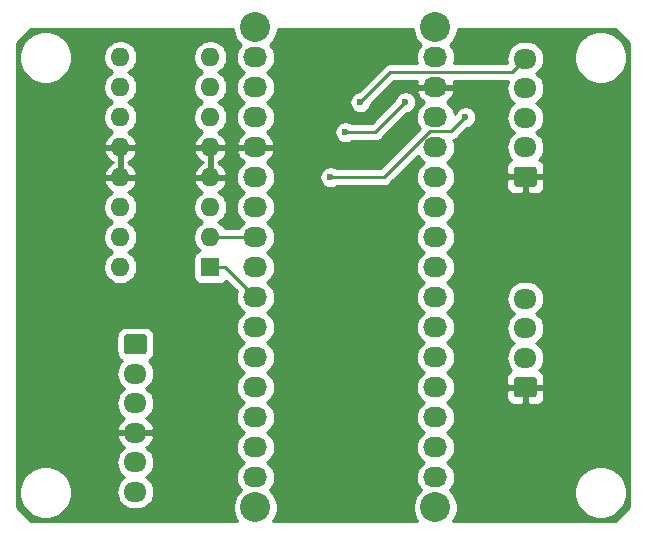
<source format=gbr>
%TF.GenerationSoftware,KiCad,Pcbnew,(5.1.6)-1*%
%TF.CreationDate,2020-07-20T20:39:59-04:00*%
%TF.ProjectId,KiCAD,4b694341-442e-46b6-9963-61645f706362,rev?*%
%TF.SameCoordinates,Original*%
%TF.FileFunction,Copper,L2,Bot*%
%TF.FilePolarity,Positive*%
%FSLAX46Y46*%
G04 Gerber Fmt 4.6, Leading zero omitted, Abs format (unit mm)*
G04 Created by KiCad (PCBNEW (5.1.6)-1) date 2020-07-20 20:39:59*
%MOMM*%
%LPD*%
G01*
G04 APERTURE LIST*
%TA.AperFunction,ComponentPad*%
%ADD10O,1.600000X1.600000*%
%TD*%
%TA.AperFunction,ComponentPad*%
%ADD11R,1.600000X1.600000*%
%TD*%
%TA.AperFunction,ComponentPad*%
%ADD12O,1.950000X1.700000*%
%TD*%
%TA.AperFunction,ComponentPad*%
%ADD13O,2.032000X1.727200*%
%TD*%
%TA.AperFunction,ComponentPad*%
%ADD14C,2.540000*%
%TD*%
%TA.AperFunction,ViaPad*%
%ADD15C,0.600000*%
%TD*%
%TA.AperFunction,Conductor*%
%ADD16C,0.250000*%
%TD*%
%TA.AperFunction,Conductor*%
%ADD17C,0.254000*%
%TD*%
G04 APERTURE END LIST*
D10*
%TO.P,U1,16*%
%TO.N,+5V*%
X128016000Y-89027000D03*
%TO.P,U1,8*%
X135636000Y-71247000D03*
%TO.P,U1,15*%
%TO.N,Net-(U1-Pad15)*%
X128016000Y-86487000D03*
%TO.P,U1,7*%
%TO.N,/5(\u002A\u002A)*%
X135636000Y-73787000D03*
%TO.P,U1,14*%
%TO.N,Net-(U1-Pad14)*%
X128016000Y-83947000D03*
%TO.P,U1,6*%
%TO.N,Net-(J1-Pad2)*%
X135636000Y-76327000D03*
%TO.P,U1,13*%
%TO.N,GND*%
X128016000Y-81407000D03*
%TO.P,U1,5*%
X135636000Y-78867000D03*
%TO.P,U1,12*%
X128016000Y-78867000D03*
%TO.P,U1,4*%
X135636000Y-81407000D03*
%TO.P,U1,11*%
%TO.N,Net-(U1-Pad11)*%
X128016000Y-76327000D03*
%TO.P,U1,3*%
%TO.N,Net-(J1-Pad1)*%
X135636000Y-83947000D03*
%TO.P,U1,10*%
%TO.N,Net-(U1-Pad10)*%
X128016000Y-73787000D03*
%TO.P,U1,2*%
%TO.N,/4*%
X135636000Y-86487000D03*
%TO.P,U1,9*%
%TO.N,Net-(U1-Pad9)*%
X128016000Y-71247000D03*
D11*
%TO.P,U1,1*%
%TO.N,/6(\u002A\u002A)*%
X135636000Y-89027000D03*
%TD*%
D12*
%TO.P,J3,4*%
%TO.N,/A4*%
X162306000Y-91687000D03*
%TO.P,J3,3*%
%TO.N,/A5*%
X162306000Y-94187000D03*
%TO.P,J3,2*%
%TO.N,+5V*%
X162306000Y-96687000D03*
%TO.P,J3,1*%
%TO.N,GND*%
%TA.AperFunction,ComponentPad*%
G36*
G01*
X163031000Y-100037000D02*
X161581000Y-100037000D01*
G75*
G02*
X161331000Y-99787000I0J250000D01*
G01*
X161331000Y-98587000D01*
G75*
G02*
X161581000Y-98337000I250000J0D01*
G01*
X163031000Y-98337000D01*
G75*
G02*
X163281000Y-98587000I0J-250000D01*
G01*
X163281000Y-99787000D01*
G75*
G02*
X163031000Y-100037000I-250000J0D01*
G01*
G37*
%TD.AperFunction*%
%TD*%
%TO.P,J1,6*%
%TO.N,/3(\u002A\u002A)*%
X129286000Y-108037000D03*
%TO.P,J1,5*%
%TO.N,/2*%
X129286000Y-105537000D03*
%TO.P,J1,4*%
%TO.N,GND*%
X129286000Y-103037000D03*
%TO.P,J1,3*%
%TO.N,+5V*%
X129286000Y-100537000D03*
%TO.P,J1,2*%
%TO.N,Net-(J1-Pad2)*%
X129286000Y-98037000D03*
%TO.P,J1,1*%
%TO.N,Net-(J1-Pad1)*%
%TA.AperFunction,ComponentPad*%
G36*
G01*
X128561000Y-94687000D02*
X130011000Y-94687000D01*
G75*
G02*
X130261000Y-94937000I0J-250000D01*
G01*
X130261000Y-96137000D01*
G75*
G02*
X130011000Y-96387000I-250000J0D01*
G01*
X128561000Y-96387000D01*
G75*
G02*
X128311000Y-96137000I0J250000D01*
G01*
X128311000Y-94937000D01*
G75*
G02*
X128561000Y-94687000I250000J0D01*
G01*
G37*
%TD.AperFunction*%
%TD*%
%TO.P,J2,5*%
%TO.N,/9(\u002A\u002A)*%
X162306000Y-71367000D03*
%TO.P,J2,4*%
%TO.N,/8*%
X162306000Y-73867000D03*
%TO.P,J2,3*%
%TO.N,/7*%
X162306000Y-76367000D03*
%TO.P,J2,2*%
%TO.N,+5V*%
X162306000Y-78867000D03*
%TO.P,J2,1*%
%TO.N,GND*%
%TA.AperFunction,ComponentPad*%
G36*
G01*
X163031000Y-82217000D02*
X161581000Y-82217000D01*
G75*
G02*
X161331000Y-81967000I0J250000D01*
G01*
X161331000Y-80767000D01*
G75*
G02*
X161581000Y-80517000I250000J0D01*
G01*
X163031000Y-80517000D01*
G75*
G02*
X163281000Y-80767000I0J-250000D01*
G01*
X163281000Y-81967000D01*
G75*
G02*
X163031000Y-82217000I-250000J0D01*
G01*
G37*
%TD.AperFunction*%
%TD*%
D13*
%TO.P,P1,1*%
%TO.N,/1(Tx)*%
X139446000Y-71247000D03*
%TO.P,P1,2*%
%TO.N,/0(Rx)*%
X139446000Y-73787000D03*
%TO.P,P1,3*%
%TO.N,/Reset*%
X139446000Y-76327000D03*
%TO.P,P1,4*%
%TO.N,GND*%
X139446000Y-78867000D03*
%TO.P,P1,5*%
%TO.N,/2*%
X139446000Y-81407000D03*
%TO.P,P1,6*%
%TO.N,/3(\u002A\u002A)*%
X139446000Y-83947000D03*
%TO.P,P1,7*%
%TO.N,/4*%
X139446000Y-86487000D03*
%TO.P,P1,8*%
%TO.N,/5(\u002A\u002A)*%
X139446000Y-89027000D03*
%TO.P,P1,9*%
%TO.N,/6(\u002A\u002A)*%
X139446000Y-91567000D03*
%TO.P,P1,10*%
%TO.N,/7*%
X139446000Y-94107000D03*
%TO.P,P1,11*%
%TO.N,/8*%
X139446000Y-96647000D03*
%TO.P,P1,12*%
%TO.N,/9(\u002A\u002A)*%
X139446000Y-99187000D03*
%TO.P,P1,13*%
%TO.N,/10(\u002A\u002A/SS)*%
X139446000Y-101727000D03*
%TO.P,P1,14*%
%TO.N,/11(\u002A\u002A/MOSI)*%
X139446000Y-104267000D03*
%TO.P,P1,15*%
%TO.N,/12(MISO)*%
X139446000Y-106807000D03*
%TD*%
%TO.P,P2,1*%
%TO.N,/Vin*%
X154686000Y-71247000D03*
%TO.P,P2,2*%
%TO.N,GND*%
X154686000Y-73787000D03*
%TO.P,P2,3*%
%TO.N,/Reset*%
X154686000Y-76327000D03*
%TO.P,P2,4*%
%TO.N,+5V*%
X154686000Y-78867000D03*
%TO.P,P2,5*%
%TO.N,/A7*%
X154686000Y-81407000D03*
%TO.P,P2,6*%
%TO.N,/A6*%
X154686000Y-83947000D03*
%TO.P,P2,7*%
%TO.N,/A5*%
X154686000Y-86487000D03*
%TO.P,P2,8*%
%TO.N,/A4*%
X154686000Y-89027000D03*
%TO.P,P2,9*%
%TO.N,/A3*%
X154686000Y-91567000D03*
%TO.P,P2,10*%
%TO.N,/A2*%
X154686000Y-94107000D03*
%TO.P,P2,11*%
%TO.N,/A1*%
X154686000Y-96647000D03*
%TO.P,P2,12*%
%TO.N,/A0*%
X154686000Y-99187000D03*
%TO.P,P2,13*%
%TO.N,/AREF*%
X154686000Y-101727000D03*
%TO.P,P2,14*%
%TO.N,+3V3*%
X154686000Y-104267000D03*
%TO.P,P2,15*%
%TO.N,/13(SCK)*%
X154686000Y-106807000D03*
%TD*%
D14*
%TO.P,P3,1*%
%TO.N,Net-(P3-Pad1)*%
X139446000Y-68707000D03*
%TD*%
%TO.P,P4,1*%
%TO.N,Net-(P4-Pad1)*%
X139446000Y-109347000D03*
%TD*%
%TO.P,P5,1*%
%TO.N,Net-(P5-Pad1)*%
X154686000Y-109347000D03*
%TD*%
%TO.P,P6,1*%
%TO.N,Net-(P6-Pad1)*%
X154686000Y-68707000D03*
%TD*%
D15*
%TO.N,/7*%
X145796000Y-81407000D03*
X157226000Y-76327000D03*
%TO.N,/8*%
X147066000Y-77597000D03*
X152146000Y-75057000D03*
%TO.N,/9(\u002A\u002A)*%
X148336000Y-75057000D03*
%TD*%
D16*
%TO.N,/4*%
X135636000Y-86487000D02*
X139446000Y-86487000D01*
%TO.N,/6(\u002A\u002A)*%
X136906000Y-89027000D02*
X139446000Y-91567000D01*
X135636000Y-89027000D02*
X136906000Y-89027000D01*
%TO.N,/7*%
X154204042Y-77515610D02*
X156037390Y-77515610D01*
X145796000Y-81407000D02*
X150312652Y-81407000D01*
X150312652Y-81407000D02*
X154204042Y-77515610D01*
X156037390Y-77515610D02*
X157226000Y-76327000D01*
%TO.N,/8*%
X147066000Y-77597000D02*
X149606000Y-77597000D01*
X149606000Y-77597000D02*
X152146000Y-75057000D01*
%TO.N,/9(\u002A\u002A)*%
X148336000Y-75057000D02*
X150876000Y-72517000D01*
X161156000Y-72517000D02*
X162306000Y-71367000D01*
X150876000Y-72517000D02*
X161156000Y-72517000D01*
%TD*%
D17*
%TO.N,GND*%
G36*
X137541000Y-68894626D02*
G01*
X137614209Y-69262668D01*
X137757811Y-69609356D01*
X137966290Y-69921366D01*
X138228048Y-70183124D01*
X138041531Y-70410394D01*
X137902375Y-70670736D01*
X137816684Y-70953223D01*
X137787749Y-71247000D01*
X137816684Y-71540777D01*
X137902375Y-71823264D01*
X138041531Y-72083606D01*
X138228803Y-72311797D01*
X138456994Y-72499069D01*
X138490540Y-72517000D01*
X138456994Y-72534931D01*
X138228803Y-72722203D01*
X138041531Y-72950394D01*
X137902375Y-73210736D01*
X137816684Y-73493223D01*
X137787749Y-73787000D01*
X137816684Y-74080777D01*
X137902375Y-74363264D01*
X138041531Y-74623606D01*
X138228803Y-74851797D01*
X138456994Y-75039069D01*
X138490540Y-75057000D01*
X138456994Y-75074931D01*
X138228803Y-75262203D01*
X138041531Y-75490394D01*
X137902375Y-75750736D01*
X137816684Y-76033223D01*
X137787749Y-76327000D01*
X137816684Y-76620777D01*
X137902375Y-76903264D01*
X138041531Y-77163606D01*
X138228803Y-77391797D01*
X138456994Y-77579069D01*
X138496947Y-77600424D01*
X138294271Y-77748514D01*
X138095267Y-77964965D01*
X137942314Y-78216081D01*
X137841291Y-78492211D01*
X137838642Y-78507974D01*
X137959783Y-78740000D01*
X139319000Y-78740000D01*
X139319000Y-78720000D01*
X139573000Y-78720000D01*
X139573000Y-78740000D01*
X140932217Y-78740000D01*
X141053358Y-78507974D01*
X141050709Y-78492211D01*
X140949686Y-78216081D01*
X140796733Y-77964965D01*
X140597729Y-77748514D01*
X140395053Y-77600424D01*
X140435006Y-77579069D01*
X140525367Y-77504911D01*
X146131000Y-77504911D01*
X146131000Y-77689089D01*
X146166932Y-77869729D01*
X146237414Y-78039889D01*
X146339738Y-78193028D01*
X146469972Y-78323262D01*
X146623111Y-78425586D01*
X146793271Y-78496068D01*
X146973911Y-78532000D01*
X147158089Y-78532000D01*
X147338729Y-78496068D01*
X147508889Y-78425586D01*
X147611535Y-78357000D01*
X149568678Y-78357000D01*
X149606000Y-78360676D01*
X149643322Y-78357000D01*
X149643333Y-78357000D01*
X149754986Y-78346003D01*
X149898247Y-78302546D01*
X150030276Y-78231974D01*
X150146001Y-78137001D01*
X150169804Y-78107997D01*
X152297650Y-75980152D01*
X152418729Y-75956068D01*
X152588889Y-75885586D01*
X152742028Y-75783262D01*
X152872262Y-75653028D01*
X152974586Y-75499889D01*
X153045068Y-75329729D01*
X153081000Y-75149089D01*
X153081000Y-74964911D01*
X153045068Y-74784271D01*
X152974586Y-74614111D01*
X152872262Y-74460972D01*
X152742028Y-74330738D01*
X152588889Y-74228414D01*
X152418729Y-74157932D01*
X152238089Y-74122000D01*
X152053911Y-74122000D01*
X151873271Y-74157932D01*
X151703111Y-74228414D01*
X151549972Y-74330738D01*
X151419738Y-74460972D01*
X151317414Y-74614111D01*
X151246932Y-74784271D01*
X151222848Y-74905350D01*
X149291199Y-76837000D01*
X147611535Y-76837000D01*
X147508889Y-76768414D01*
X147338729Y-76697932D01*
X147158089Y-76662000D01*
X146973911Y-76662000D01*
X146793271Y-76697932D01*
X146623111Y-76768414D01*
X146469972Y-76870738D01*
X146339738Y-77000972D01*
X146237414Y-77154111D01*
X146166932Y-77324271D01*
X146131000Y-77504911D01*
X140525367Y-77504911D01*
X140663197Y-77391797D01*
X140850469Y-77163606D01*
X140989625Y-76903264D01*
X141075316Y-76620777D01*
X141104251Y-76327000D01*
X141075316Y-76033223D01*
X140989625Y-75750736D01*
X140850469Y-75490394D01*
X140663197Y-75262203D01*
X140435006Y-75074931D01*
X140401460Y-75057000D01*
X140435006Y-75039069D01*
X140663197Y-74851797D01*
X140850469Y-74623606D01*
X140989625Y-74363264D01*
X141075316Y-74080777D01*
X141104251Y-73787000D01*
X141075316Y-73493223D01*
X140989625Y-73210736D01*
X140850469Y-72950394D01*
X140663197Y-72722203D01*
X140435006Y-72534931D01*
X140401460Y-72517000D01*
X140435006Y-72499069D01*
X140663197Y-72311797D01*
X140850469Y-72083606D01*
X140989625Y-71823264D01*
X141075316Y-71540777D01*
X141104251Y-71247000D01*
X141075316Y-70953223D01*
X140989625Y-70670736D01*
X140850469Y-70410394D01*
X140663952Y-70183124D01*
X140925710Y-69921366D01*
X141134189Y-69609356D01*
X141277791Y-69262668D01*
X141351000Y-68894626D01*
X141351000Y-68834000D01*
X152781000Y-68834000D01*
X152781000Y-68894626D01*
X152854209Y-69262668D01*
X152997811Y-69609356D01*
X153206290Y-69921366D01*
X153468048Y-70183124D01*
X153281531Y-70410394D01*
X153142375Y-70670736D01*
X153056684Y-70953223D01*
X153027749Y-71247000D01*
X153056684Y-71540777D01*
X153122274Y-71757000D01*
X150913322Y-71757000D01*
X150875999Y-71753324D01*
X150838676Y-71757000D01*
X150838667Y-71757000D01*
X150727014Y-71767997D01*
X150583753Y-71811454D01*
X150451724Y-71882026D01*
X150451722Y-71882027D01*
X150451723Y-71882027D01*
X150364996Y-71953201D01*
X150364992Y-71953205D01*
X150335999Y-71976999D01*
X150312205Y-72005992D01*
X148184351Y-74133847D01*
X148063271Y-74157932D01*
X147893111Y-74228414D01*
X147739972Y-74330738D01*
X147609738Y-74460972D01*
X147507414Y-74614111D01*
X147436932Y-74784271D01*
X147401000Y-74964911D01*
X147401000Y-75149089D01*
X147436932Y-75329729D01*
X147507414Y-75499889D01*
X147609738Y-75653028D01*
X147739972Y-75783262D01*
X147893111Y-75885586D01*
X148063271Y-75956068D01*
X148243911Y-75992000D01*
X148428089Y-75992000D01*
X148608729Y-75956068D01*
X148778889Y-75885586D01*
X148932028Y-75783262D01*
X149062262Y-75653028D01*
X149164586Y-75499889D01*
X149235068Y-75329729D01*
X149259153Y-75208649D01*
X151190803Y-73277000D01*
X153130758Y-73277000D01*
X153081291Y-73412211D01*
X153078642Y-73427974D01*
X153199783Y-73660000D01*
X154559000Y-73660000D01*
X154559000Y-73640000D01*
X154813000Y-73640000D01*
X154813000Y-73660000D01*
X156172217Y-73660000D01*
X156293358Y-73427974D01*
X156290709Y-73412211D01*
X156241242Y-73277000D01*
X160812539Y-73277000D01*
X160802401Y-73295966D01*
X160717487Y-73575889D01*
X160688815Y-73867000D01*
X160717487Y-74158111D01*
X160802401Y-74438034D01*
X160940294Y-74696014D01*
X161125866Y-74922134D01*
X161351986Y-75107706D01*
X161369374Y-75117000D01*
X161351986Y-75126294D01*
X161125866Y-75311866D01*
X160940294Y-75537986D01*
X160802401Y-75795966D01*
X160717487Y-76075889D01*
X160688815Y-76367000D01*
X160717487Y-76658111D01*
X160802401Y-76938034D01*
X160940294Y-77196014D01*
X161125866Y-77422134D01*
X161351986Y-77607706D01*
X161369374Y-77617000D01*
X161351986Y-77626294D01*
X161125866Y-77811866D01*
X160940294Y-78037986D01*
X160802401Y-78295966D01*
X160717487Y-78575889D01*
X160688815Y-78867000D01*
X160717487Y-79158111D01*
X160802401Y-79438034D01*
X160940294Y-79696014D01*
X161121608Y-79916945D01*
X161086820Y-79927498D01*
X160976506Y-79986463D01*
X160879815Y-80065815D01*
X160800463Y-80162506D01*
X160741498Y-80272820D01*
X160705188Y-80392518D01*
X160692928Y-80517000D01*
X160696000Y-81081250D01*
X160854750Y-81240000D01*
X162179000Y-81240000D01*
X162179000Y-81220000D01*
X162433000Y-81220000D01*
X162433000Y-81240000D01*
X163757250Y-81240000D01*
X163916000Y-81081250D01*
X163919072Y-80517000D01*
X163906812Y-80392518D01*
X163870502Y-80272820D01*
X163811537Y-80162506D01*
X163732185Y-80065815D01*
X163635494Y-79986463D01*
X163525180Y-79927498D01*
X163490392Y-79916945D01*
X163671706Y-79696014D01*
X163809599Y-79438034D01*
X163894513Y-79158111D01*
X163923185Y-78867000D01*
X163894513Y-78575889D01*
X163809599Y-78295966D01*
X163671706Y-78037986D01*
X163486134Y-77811866D01*
X163260014Y-77626294D01*
X163242626Y-77617000D01*
X163260014Y-77607706D01*
X163486134Y-77422134D01*
X163671706Y-77196014D01*
X163809599Y-76938034D01*
X163894513Y-76658111D01*
X163923185Y-76367000D01*
X163894513Y-76075889D01*
X163809599Y-75795966D01*
X163671706Y-75537986D01*
X163486134Y-75311866D01*
X163260014Y-75126294D01*
X163242626Y-75117000D01*
X163260014Y-75107706D01*
X163486134Y-74922134D01*
X163671706Y-74696014D01*
X163809599Y-74438034D01*
X163894513Y-74158111D01*
X163923185Y-73867000D01*
X163894513Y-73575889D01*
X163809599Y-73295966D01*
X163671706Y-73037986D01*
X163486134Y-72811866D01*
X163260014Y-72626294D01*
X163242626Y-72617000D01*
X163260014Y-72607706D01*
X163486134Y-72422134D01*
X163671706Y-72196014D01*
X163809599Y-71938034D01*
X163894513Y-71658111D01*
X163923185Y-71367000D01*
X163894513Y-71075889D01*
X163879644Y-71026872D01*
X166421000Y-71026872D01*
X166421000Y-71467128D01*
X166506890Y-71898925D01*
X166675369Y-72305669D01*
X166919962Y-72671729D01*
X167231271Y-72983038D01*
X167597331Y-73227631D01*
X168004075Y-73396110D01*
X168435872Y-73482000D01*
X168876128Y-73482000D01*
X169307925Y-73396110D01*
X169714669Y-73227631D01*
X170080729Y-72983038D01*
X170392038Y-72671729D01*
X170636631Y-72305669D01*
X170805110Y-71898925D01*
X170891000Y-71467128D01*
X170891000Y-71026872D01*
X170805110Y-70595075D01*
X170636631Y-70188331D01*
X170392038Y-69822271D01*
X170080729Y-69510962D01*
X169714669Y-69266369D01*
X169307925Y-69097890D01*
X168876128Y-69012000D01*
X168435872Y-69012000D01*
X168004075Y-69097890D01*
X167597331Y-69266369D01*
X167231271Y-69510962D01*
X166919962Y-69822271D01*
X166675369Y-70188331D01*
X166506890Y-70595075D01*
X166421000Y-71026872D01*
X163879644Y-71026872D01*
X163809599Y-70795966D01*
X163671706Y-70537986D01*
X163486134Y-70311866D01*
X163260014Y-70126294D01*
X163002034Y-69988401D01*
X162722111Y-69903487D01*
X162503950Y-69882000D01*
X162108050Y-69882000D01*
X161889889Y-69903487D01*
X161609966Y-69988401D01*
X161351986Y-70126294D01*
X161125866Y-70311866D01*
X160940294Y-70537986D01*
X160802401Y-70795966D01*
X160717487Y-71075889D01*
X160688815Y-71367000D01*
X160717487Y-71658111D01*
X160747485Y-71757000D01*
X156249726Y-71757000D01*
X156315316Y-71540777D01*
X156344251Y-71247000D01*
X156315316Y-70953223D01*
X156229625Y-70670736D01*
X156090469Y-70410394D01*
X155903952Y-70183124D01*
X156165710Y-69921366D01*
X156374189Y-69609356D01*
X156517791Y-69262668D01*
X156591000Y-68894626D01*
X156591000Y-68834000D01*
X169873394Y-68834000D01*
X171069000Y-70029606D01*
X171069000Y-109294394D01*
X169873394Y-110490000D01*
X156213395Y-110490000D01*
X156374189Y-110249356D01*
X156517791Y-109902668D01*
X156591000Y-109534626D01*
X156591000Y-109159374D01*
X156517791Y-108791332D01*
X156374189Y-108444644D01*
X156165710Y-108132634D01*
X155903952Y-107870876D01*
X155915444Y-107856872D01*
X166421000Y-107856872D01*
X166421000Y-108297128D01*
X166506890Y-108728925D01*
X166675369Y-109135669D01*
X166919962Y-109501729D01*
X167231271Y-109813038D01*
X167597331Y-110057631D01*
X168004075Y-110226110D01*
X168435872Y-110312000D01*
X168876128Y-110312000D01*
X169307925Y-110226110D01*
X169714669Y-110057631D01*
X170080729Y-109813038D01*
X170392038Y-109501729D01*
X170636631Y-109135669D01*
X170805110Y-108728925D01*
X170891000Y-108297128D01*
X170891000Y-107856872D01*
X170805110Y-107425075D01*
X170636631Y-107018331D01*
X170392038Y-106652271D01*
X170080729Y-106340962D01*
X169714669Y-106096369D01*
X169307925Y-105927890D01*
X168876128Y-105842000D01*
X168435872Y-105842000D01*
X168004075Y-105927890D01*
X167597331Y-106096369D01*
X167231271Y-106340962D01*
X166919962Y-106652271D01*
X166675369Y-107018331D01*
X166506890Y-107425075D01*
X166421000Y-107856872D01*
X155915444Y-107856872D01*
X156090469Y-107643606D01*
X156229625Y-107383264D01*
X156315316Y-107100777D01*
X156344251Y-106807000D01*
X156315316Y-106513223D01*
X156229625Y-106230736D01*
X156090469Y-105970394D01*
X155903197Y-105742203D01*
X155675006Y-105554931D01*
X155641460Y-105537000D01*
X155675006Y-105519069D01*
X155903197Y-105331797D01*
X156090469Y-105103606D01*
X156229625Y-104843264D01*
X156315316Y-104560777D01*
X156344251Y-104267000D01*
X156315316Y-103973223D01*
X156229625Y-103690736D01*
X156090469Y-103430394D01*
X155903197Y-103202203D01*
X155675006Y-103014931D01*
X155641460Y-102997000D01*
X155675006Y-102979069D01*
X155903197Y-102791797D01*
X156090469Y-102563606D01*
X156229625Y-102303264D01*
X156315316Y-102020777D01*
X156344251Y-101727000D01*
X156315316Y-101433223D01*
X156229625Y-101150736D01*
X156090469Y-100890394D01*
X155903197Y-100662203D01*
X155675006Y-100474931D01*
X155641460Y-100457000D01*
X155675006Y-100439069D01*
X155903197Y-100251797D01*
X156079476Y-100037000D01*
X160692928Y-100037000D01*
X160705188Y-100161482D01*
X160741498Y-100281180D01*
X160800463Y-100391494D01*
X160879815Y-100488185D01*
X160976506Y-100567537D01*
X161086820Y-100626502D01*
X161206518Y-100662812D01*
X161331000Y-100675072D01*
X162020250Y-100672000D01*
X162179000Y-100513250D01*
X162179000Y-99314000D01*
X162433000Y-99314000D01*
X162433000Y-100513250D01*
X162591750Y-100672000D01*
X163281000Y-100675072D01*
X163405482Y-100662812D01*
X163525180Y-100626502D01*
X163635494Y-100567537D01*
X163732185Y-100488185D01*
X163811537Y-100391494D01*
X163870502Y-100281180D01*
X163906812Y-100161482D01*
X163919072Y-100037000D01*
X163916000Y-99472750D01*
X163757250Y-99314000D01*
X162433000Y-99314000D01*
X162179000Y-99314000D01*
X160854750Y-99314000D01*
X160696000Y-99472750D01*
X160692928Y-100037000D01*
X156079476Y-100037000D01*
X156090469Y-100023606D01*
X156229625Y-99763264D01*
X156315316Y-99480777D01*
X156344251Y-99187000D01*
X156315316Y-98893223D01*
X156229625Y-98610736D01*
X156090469Y-98350394D01*
X155903197Y-98122203D01*
X155675006Y-97934931D01*
X155641460Y-97917000D01*
X155675006Y-97899069D01*
X155903197Y-97711797D01*
X156090469Y-97483606D01*
X156229625Y-97223264D01*
X156315316Y-96940777D01*
X156344251Y-96647000D01*
X156315316Y-96353223D01*
X156229625Y-96070736D01*
X156090469Y-95810394D01*
X155903197Y-95582203D01*
X155675006Y-95394931D01*
X155641460Y-95377000D01*
X155675006Y-95359069D01*
X155903197Y-95171797D01*
X156090469Y-94943606D01*
X156229625Y-94683264D01*
X156315316Y-94400777D01*
X156344251Y-94107000D01*
X156315316Y-93813223D01*
X156229625Y-93530736D01*
X156090469Y-93270394D01*
X155903197Y-93042203D01*
X155675006Y-92854931D01*
X155641460Y-92837000D01*
X155675006Y-92819069D01*
X155903197Y-92631797D01*
X156090469Y-92403606D01*
X156229625Y-92143264D01*
X156315316Y-91860777D01*
X156332431Y-91687000D01*
X160688815Y-91687000D01*
X160717487Y-91978111D01*
X160802401Y-92258034D01*
X160940294Y-92516014D01*
X161125866Y-92742134D01*
X161351986Y-92927706D01*
X161369374Y-92937000D01*
X161351986Y-92946294D01*
X161125866Y-93131866D01*
X160940294Y-93357986D01*
X160802401Y-93615966D01*
X160717487Y-93895889D01*
X160688815Y-94187000D01*
X160717487Y-94478111D01*
X160802401Y-94758034D01*
X160940294Y-95016014D01*
X161125866Y-95242134D01*
X161351986Y-95427706D01*
X161369374Y-95437000D01*
X161351986Y-95446294D01*
X161125866Y-95631866D01*
X160940294Y-95857986D01*
X160802401Y-96115966D01*
X160717487Y-96395889D01*
X160688815Y-96687000D01*
X160717487Y-96978111D01*
X160802401Y-97258034D01*
X160940294Y-97516014D01*
X161121608Y-97736945D01*
X161086820Y-97747498D01*
X160976506Y-97806463D01*
X160879815Y-97885815D01*
X160800463Y-97982506D01*
X160741498Y-98092820D01*
X160705188Y-98212518D01*
X160692928Y-98337000D01*
X160696000Y-98901250D01*
X160854750Y-99060000D01*
X162179000Y-99060000D01*
X162179000Y-99040000D01*
X162433000Y-99040000D01*
X162433000Y-99060000D01*
X163757250Y-99060000D01*
X163916000Y-98901250D01*
X163919072Y-98337000D01*
X163906812Y-98212518D01*
X163870502Y-98092820D01*
X163811537Y-97982506D01*
X163732185Y-97885815D01*
X163635494Y-97806463D01*
X163525180Y-97747498D01*
X163490392Y-97736945D01*
X163671706Y-97516014D01*
X163809599Y-97258034D01*
X163894513Y-96978111D01*
X163923185Y-96687000D01*
X163894513Y-96395889D01*
X163809599Y-96115966D01*
X163671706Y-95857986D01*
X163486134Y-95631866D01*
X163260014Y-95446294D01*
X163242626Y-95437000D01*
X163260014Y-95427706D01*
X163486134Y-95242134D01*
X163671706Y-95016014D01*
X163809599Y-94758034D01*
X163894513Y-94478111D01*
X163923185Y-94187000D01*
X163894513Y-93895889D01*
X163809599Y-93615966D01*
X163671706Y-93357986D01*
X163486134Y-93131866D01*
X163260014Y-92946294D01*
X163242626Y-92937000D01*
X163260014Y-92927706D01*
X163486134Y-92742134D01*
X163671706Y-92516014D01*
X163809599Y-92258034D01*
X163894513Y-91978111D01*
X163923185Y-91687000D01*
X163894513Y-91395889D01*
X163809599Y-91115966D01*
X163671706Y-90857986D01*
X163486134Y-90631866D01*
X163260014Y-90446294D01*
X163002034Y-90308401D01*
X162722111Y-90223487D01*
X162503950Y-90202000D01*
X162108050Y-90202000D01*
X161889889Y-90223487D01*
X161609966Y-90308401D01*
X161351986Y-90446294D01*
X161125866Y-90631866D01*
X160940294Y-90857986D01*
X160802401Y-91115966D01*
X160717487Y-91395889D01*
X160688815Y-91687000D01*
X156332431Y-91687000D01*
X156344251Y-91567000D01*
X156315316Y-91273223D01*
X156229625Y-90990736D01*
X156090469Y-90730394D01*
X155903197Y-90502203D01*
X155675006Y-90314931D01*
X155641460Y-90297000D01*
X155675006Y-90279069D01*
X155903197Y-90091797D01*
X156090469Y-89863606D01*
X156229625Y-89603264D01*
X156315316Y-89320777D01*
X156344251Y-89027000D01*
X156315316Y-88733223D01*
X156229625Y-88450736D01*
X156090469Y-88190394D01*
X155903197Y-87962203D01*
X155675006Y-87774931D01*
X155641460Y-87757000D01*
X155675006Y-87739069D01*
X155903197Y-87551797D01*
X156090469Y-87323606D01*
X156229625Y-87063264D01*
X156315316Y-86780777D01*
X156344251Y-86487000D01*
X156315316Y-86193223D01*
X156229625Y-85910736D01*
X156090469Y-85650394D01*
X155903197Y-85422203D01*
X155675006Y-85234931D01*
X155641460Y-85217000D01*
X155675006Y-85199069D01*
X155903197Y-85011797D01*
X156090469Y-84783606D01*
X156229625Y-84523264D01*
X156315316Y-84240777D01*
X156344251Y-83947000D01*
X156315316Y-83653223D01*
X156229625Y-83370736D01*
X156090469Y-83110394D01*
X155903197Y-82882203D01*
X155675006Y-82694931D01*
X155641460Y-82677000D01*
X155675006Y-82659069D01*
X155903197Y-82471797D01*
X156090469Y-82243606D01*
X156104690Y-82217000D01*
X160692928Y-82217000D01*
X160705188Y-82341482D01*
X160741498Y-82461180D01*
X160800463Y-82571494D01*
X160879815Y-82668185D01*
X160976506Y-82747537D01*
X161086820Y-82806502D01*
X161206518Y-82842812D01*
X161331000Y-82855072D01*
X162020250Y-82852000D01*
X162179000Y-82693250D01*
X162179000Y-81494000D01*
X162433000Y-81494000D01*
X162433000Y-82693250D01*
X162591750Y-82852000D01*
X163281000Y-82855072D01*
X163405482Y-82842812D01*
X163525180Y-82806502D01*
X163635494Y-82747537D01*
X163732185Y-82668185D01*
X163811537Y-82571494D01*
X163870502Y-82461180D01*
X163906812Y-82341482D01*
X163919072Y-82217000D01*
X163916000Y-81652750D01*
X163757250Y-81494000D01*
X162433000Y-81494000D01*
X162179000Y-81494000D01*
X160854750Y-81494000D01*
X160696000Y-81652750D01*
X160692928Y-82217000D01*
X156104690Y-82217000D01*
X156229625Y-81983264D01*
X156315316Y-81700777D01*
X156344251Y-81407000D01*
X156315316Y-81113223D01*
X156229625Y-80830736D01*
X156090469Y-80570394D01*
X155903197Y-80342203D01*
X155675006Y-80154931D01*
X155641460Y-80137000D01*
X155675006Y-80119069D01*
X155903197Y-79931797D01*
X156090469Y-79703606D01*
X156229625Y-79443264D01*
X156315316Y-79160777D01*
X156344251Y-78867000D01*
X156315316Y-78573223D01*
X156229625Y-78290736D01*
X156211576Y-78256969D01*
X156329637Y-78221156D01*
X156461666Y-78150584D01*
X156577391Y-78055611D01*
X156601193Y-78026608D01*
X157377650Y-77250152D01*
X157498729Y-77226068D01*
X157668889Y-77155586D01*
X157822028Y-77053262D01*
X157952262Y-76923028D01*
X158054586Y-76769889D01*
X158125068Y-76599729D01*
X158161000Y-76419089D01*
X158161000Y-76234911D01*
X158125068Y-76054271D01*
X158054586Y-75884111D01*
X157952262Y-75730972D01*
X157822028Y-75600738D01*
X157668889Y-75498414D01*
X157498729Y-75427932D01*
X157318089Y-75392000D01*
X157133911Y-75392000D01*
X156953271Y-75427932D01*
X156783111Y-75498414D01*
X156629972Y-75600738D01*
X156499738Y-75730972D01*
X156397414Y-75884111D01*
X156326932Y-76054271D01*
X156320549Y-76086358D01*
X156315316Y-76033223D01*
X156229625Y-75750736D01*
X156090469Y-75490394D01*
X155903197Y-75262203D01*
X155675006Y-75074931D01*
X155635053Y-75053576D01*
X155837729Y-74905486D01*
X156036733Y-74689035D01*
X156189686Y-74437919D01*
X156290709Y-74161789D01*
X156293358Y-74146026D01*
X156172217Y-73914000D01*
X154813000Y-73914000D01*
X154813000Y-73934000D01*
X154559000Y-73934000D01*
X154559000Y-73914000D01*
X153199783Y-73914000D01*
X153078642Y-74146026D01*
X153081291Y-74161789D01*
X153182314Y-74437919D01*
X153335267Y-74689035D01*
X153534271Y-74905486D01*
X153736947Y-75053576D01*
X153696994Y-75074931D01*
X153468803Y-75262203D01*
X153281531Y-75490394D01*
X153142375Y-75750736D01*
X153056684Y-76033223D01*
X153027749Y-76327000D01*
X153056684Y-76620777D01*
X153142375Y-76903264D01*
X153281531Y-77163606D01*
X153371553Y-77273297D01*
X149997851Y-80647000D01*
X146341535Y-80647000D01*
X146238889Y-80578414D01*
X146068729Y-80507932D01*
X145888089Y-80472000D01*
X145703911Y-80472000D01*
X145523271Y-80507932D01*
X145353111Y-80578414D01*
X145199972Y-80680738D01*
X145069738Y-80810972D01*
X144967414Y-80964111D01*
X144896932Y-81134271D01*
X144861000Y-81314911D01*
X144861000Y-81499089D01*
X144896932Y-81679729D01*
X144967414Y-81849889D01*
X145069738Y-82003028D01*
X145199972Y-82133262D01*
X145353111Y-82235586D01*
X145523271Y-82306068D01*
X145703911Y-82342000D01*
X145888089Y-82342000D01*
X146068729Y-82306068D01*
X146238889Y-82235586D01*
X146341535Y-82167000D01*
X150275330Y-82167000D01*
X150312652Y-82170676D01*
X150349974Y-82167000D01*
X150349985Y-82167000D01*
X150461638Y-82156003D01*
X150604899Y-82112546D01*
X150736928Y-82041974D01*
X150852653Y-81947001D01*
X150876456Y-81917997D01*
X153215111Y-79579343D01*
X153281531Y-79703606D01*
X153468803Y-79931797D01*
X153696994Y-80119069D01*
X153730540Y-80137000D01*
X153696994Y-80154931D01*
X153468803Y-80342203D01*
X153281531Y-80570394D01*
X153142375Y-80830736D01*
X153056684Y-81113223D01*
X153027749Y-81407000D01*
X153056684Y-81700777D01*
X153142375Y-81983264D01*
X153281531Y-82243606D01*
X153468803Y-82471797D01*
X153696994Y-82659069D01*
X153730540Y-82677000D01*
X153696994Y-82694931D01*
X153468803Y-82882203D01*
X153281531Y-83110394D01*
X153142375Y-83370736D01*
X153056684Y-83653223D01*
X153027749Y-83947000D01*
X153056684Y-84240777D01*
X153142375Y-84523264D01*
X153281531Y-84783606D01*
X153468803Y-85011797D01*
X153696994Y-85199069D01*
X153730540Y-85217000D01*
X153696994Y-85234931D01*
X153468803Y-85422203D01*
X153281531Y-85650394D01*
X153142375Y-85910736D01*
X153056684Y-86193223D01*
X153027749Y-86487000D01*
X153056684Y-86780777D01*
X153142375Y-87063264D01*
X153281531Y-87323606D01*
X153468803Y-87551797D01*
X153696994Y-87739069D01*
X153730540Y-87757000D01*
X153696994Y-87774931D01*
X153468803Y-87962203D01*
X153281531Y-88190394D01*
X153142375Y-88450736D01*
X153056684Y-88733223D01*
X153027749Y-89027000D01*
X153056684Y-89320777D01*
X153142375Y-89603264D01*
X153281531Y-89863606D01*
X153468803Y-90091797D01*
X153696994Y-90279069D01*
X153730540Y-90297000D01*
X153696994Y-90314931D01*
X153468803Y-90502203D01*
X153281531Y-90730394D01*
X153142375Y-90990736D01*
X153056684Y-91273223D01*
X153027749Y-91567000D01*
X153056684Y-91860777D01*
X153142375Y-92143264D01*
X153281531Y-92403606D01*
X153468803Y-92631797D01*
X153696994Y-92819069D01*
X153730540Y-92837000D01*
X153696994Y-92854931D01*
X153468803Y-93042203D01*
X153281531Y-93270394D01*
X153142375Y-93530736D01*
X153056684Y-93813223D01*
X153027749Y-94107000D01*
X153056684Y-94400777D01*
X153142375Y-94683264D01*
X153281531Y-94943606D01*
X153468803Y-95171797D01*
X153696994Y-95359069D01*
X153730540Y-95377000D01*
X153696994Y-95394931D01*
X153468803Y-95582203D01*
X153281531Y-95810394D01*
X153142375Y-96070736D01*
X153056684Y-96353223D01*
X153027749Y-96647000D01*
X153056684Y-96940777D01*
X153142375Y-97223264D01*
X153281531Y-97483606D01*
X153468803Y-97711797D01*
X153696994Y-97899069D01*
X153730540Y-97917000D01*
X153696994Y-97934931D01*
X153468803Y-98122203D01*
X153281531Y-98350394D01*
X153142375Y-98610736D01*
X153056684Y-98893223D01*
X153027749Y-99187000D01*
X153056684Y-99480777D01*
X153142375Y-99763264D01*
X153281531Y-100023606D01*
X153468803Y-100251797D01*
X153696994Y-100439069D01*
X153730540Y-100457000D01*
X153696994Y-100474931D01*
X153468803Y-100662203D01*
X153281531Y-100890394D01*
X153142375Y-101150736D01*
X153056684Y-101433223D01*
X153027749Y-101727000D01*
X153056684Y-102020777D01*
X153142375Y-102303264D01*
X153281531Y-102563606D01*
X153468803Y-102791797D01*
X153696994Y-102979069D01*
X153730540Y-102997000D01*
X153696994Y-103014931D01*
X153468803Y-103202203D01*
X153281531Y-103430394D01*
X153142375Y-103690736D01*
X153056684Y-103973223D01*
X153027749Y-104267000D01*
X153056684Y-104560777D01*
X153142375Y-104843264D01*
X153281531Y-105103606D01*
X153468803Y-105331797D01*
X153696994Y-105519069D01*
X153730540Y-105537000D01*
X153696994Y-105554931D01*
X153468803Y-105742203D01*
X153281531Y-105970394D01*
X153142375Y-106230736D01*
X153056684Y-106513223D01*
X153027749Y-106807000D01*
X153056684Y-107100777D01*
X153142375Y-107383264D01*
X153281531Y-107643606D01*
X153468048Y-107870876D01*
X153206290Y-108132634D01*
X152997811Y-108444644D01*
X152854209Y-108791332D01*
X152781000Y-109159374D01*
X152781000Y-109534626D01*
X152854209Y-109902668D01*
X152997811Y-110249356D01*
X153158605Y-110490000D01*
X140973395Y-110490000D01*
X141134189Y-110249356D01*
X141277791Y-109902668D01*
X141351000Y-109534626D01*
X141351000Y-109159374D01*
X141277791Y-108791332D01*
X141134189Y-108444644D01*
X140925710Y-108132634D01*
X140663952Y-107870876D01*
X140850469Y-107643606D01*
X140989625Y-107383264D01*
X141075316Y-107100777D01*
X141104251Y-106807000D01*
X141075316Y-106513223D01*
X140989625Y-106230736D01*
X140850469Y-105970394D01*
X140663197Y-105742203D01*
X140435006Y-105554931D01*
X140401460Y-105537000D01*
X140435006Y-105519069D01*
X140663197Y-105331797D01*
X140850469Y-105103606D01*
X140989625Y-104843264D01*
X141075316Y-104560777D01*
X141104251Y-104267000D01*
X141075316Y-103973223D01*
X140989625Y-103690736D01*
X140850469Y-103430394D01*
X140663197Y-103202203D01*
X140435006Y-103014931D01*
X140401460Y-102997000D01*
X140435006Y-102979069D01*
X140663197Y-102791797D01*
X140850469Y-102563606D01*
X140989625Y-102303264D01*
X141075316Y-102020777D01*
X141104251Y-101727000D01*
X141075316Y-101433223D01*
X140989625Y-101150736D01*
X140850469Y-100890394D01*
X140663197Y-100662203D01*
X140435006Y-100474931D01*
X140401460Y-100457000D01*
X140435006Y-100439069D01*
X140663197Y-100251797D01*
X140850469Y-100023606D01*
X140989625Y-99763264D01*
X141075316Y-99480777D01*
X141104251Y-99187000D01*
X141075316Y-98893223D01*
X140989625Y-98610736D01*
X140850469Y-98350394D01*
X140663197Y-98122203D01*
X140435006Y-97934931D01*
X140401460Y-97917000D01*
X140435006Y-97899069D01*
X140663197Y-97711797D01*
X140850469Y-97483606D01*
X140989625Y-97223264D01*
X141075316Y-96940777D01*
X141104251Y-96647000D01*
X141075316Y-96353223D01*
X140989625Y-96070736D01*
X140850469Y-95810394D01*
X140663197Y-95582203D01*
X140435006Y-95394931D01*
X140401460Y-95377000D01*
X140435006Y-95359069D01*
X140663197Y-95171797D01*
X140850469Y-94943606D01*
X140989625Y-94683264D01*
X141075316Y-94400777D01*
X141104251Y-94107000D01*
X141075316Y-93813223D01*
X140989625Y-93530736D01*
X140850469Y-93270394D01*
X140663197Y-93042203D01*
X140435006Y-92854931D01*
X140401460Y-92837000D01*
X140435006Y-92819069D01*
X140663197Y-92631797D01*
X140850469Y-92403606D01*
X140989625Y-92143264D01*
X141075316Y-91860777D01*
X141104251Y-91567000D01*
X141075316Y-91273223D01*
X140989625Y-90990736D01*
X140850469Y-90730394D01*
X140663197Y-90502203D01*
X140435006Y-90314931D01*
X140401460Y-90297000D01*
X140435006Y-90279069D01*
X140663197Y-90091797D01*
X140850469Y-89863606D01*
X140989625Y-89603264D01*
X141075316Y-89320777D01*
X141104251Y-89027000D01*
X141075316Y-88733223D01*
X140989625Y-88450736D01*
X140850469Y-88190394D01*
X140663197Y-87962203D01*
X140435006Y-87774931D01*
X140401460Y-87757000D01*
X140435006Y-87739069D01*
X140663197Y-87551797D01*
X140850469Y-87323606D01*
X140989625Y-87063264D01*
X141075316Y-86780777D01*
X141104251Y-86487000D01*
X141075316Y-86193223D01*
X140989625Y-85910736D01*
X140850469Y-85650394D01*
X140663197Y-85422203D01*
X140435006Y-85234931D01*
X140401460Y-85217000D01*
X140435006Y-85199069D01*
X140663197Y-85011797D01*
X140850469Y-84783606D01*
X140989625Y-84523264D01*
X141075316Y-84240777D01*
X141104251Y-83947000D01*
X141075316Y-83653223D01*
X140989625Y-83370736D01*
X140850469Y-83110394D01*
X140663197Y-82882203D01*
X140435006Y-82694931D01*
X140401460Y-82677000D01*
X140435006Y-82659069D01*
X140663197Y-82471797D01*
X140850469Y-82243606D01*
X140989625Y-81983264D01*
X141075316Y-81700777D01*
X141104251Y-81407000D01*
X141075316Y-81113223D01*
X140989625Y-80830736D01*
X140850469Y-80570394D01*
X140663197Y-80342203D01*
X140435006Y-80154931D01*
X140395053Y-80133576D01*
X140597729Y-79985486D01*
X140796733Y-79769035D01*
X140949686Y-79517919D01*
X141050709Y-79241789D01*
X141053358Y-79226026D01*
X140932217Y-78994000D01*
X139573000Y-78994000D01*
X139573000Y-79014000D01*
X139319000Y-79014000D01*
X139319000Y-78994000D01*
X137959783Y-78994000D01*
X137838642Y-79226026D01*
X137841291Y-79241789D01*
X137942314Y-79517919D01*
X138095267Y-79769035D01*
X138294271Y-79985486D01*
X138496947Y-80133576D01*
X138456994Y-80154931D01*
X138228803Y-80342203D01*
X138041531Y-80570394D01*
X137902375Y-80830736D01*
X137816684Y-81113223D01*
X137787749Y-81407000D01*
X137816684Y-81700777D01*
X137902375Y-81983264D01*
X138041531Y-82243606D01*
X138228803Y-82471797D01*
X138456994Y-82659069D01*
X138490540Y-82677000D01*
X138456994Y-82694931D01*
X138228803Y-82882203D01*
X138041531Y-83110394D01*
X137902375Y-83370736D01*
X137816684Y-83653223D01*
X137787749Y-83947000D01*
X137816684Y-84240777D01*
X137902375Y-84523264D01*
X138041531Y-84783606D01*
X138228803Y-85011797D01*
X138456994Y-85199069D01*
X138490540Y-85217000D01*
X138456994Y-85234931D01*
X138228803Y-85422203D01*
X138041531Y-85650394D01*
X138000584Y-85727000D01*
X136854043Y-85727000D01*
X136750637Y-85572241D01*
X136550759Y-85372363D01*
X136318241Y-85217000D01*
X136550759Y-85061637D01*
X136750637Y-84861759D01*
X136907680Y-84626727D01*
X137015853Y-84365574D01*
X137071000Y-84088335D01*
X137071000Y-83805665D01*
X137015853Y-83528426D01*
X136907680Y-83267273D01*
X136750637Y-83032241D01*
X136550759Y-82832363D01*
X136315727Y-82675320D01*
X136305135Y-82670933D01*
X136491131Y-82559385D01*
X136699519Y-82370414D01*
X136867037Y-82144420D01*
X136987246Y-81890087D01*
X137027904Y-81756039D01*
X136905915Y-81534000D01*
X135763000Y-81534000D01*
X135763000Y-81554000D01*
X135509000Y-81554000D01*
X135509000Y-81534000D01*
X134366085Y-81534000D01*
X134244096Y-81756039D01*
X134284754Y-81890087D01*
X134404963Y-82144420D01*
X134572481Y-82370414D01*
X134780869Y-82559385D01*
X134966865Y-82670933D01*
X134956273Y-82675320D01*
X134721241Y-82832363D01*
X134521363Y-83032241D01*
X134364320Y-83267273D01*
X134256147Y-83528426D01*
X134201000Y-83805665D01*
X134201000Y-84088335D01*
X134256147Y-84365574D01*
X134364320Y-84626727D01*
X134521363Y-84861759D01*
X134721241Y-85061637D01*
X134953759Y-85217000D01*
X134721241Y-85372363D01*
X134521363Y-85572241D01*
X134364320Y-85807273D01*
X134256147Y-86068426D01*
X134201000Y-86345665D01*
X134201000Y-86628335D01*
X134256147Y-86905574D01*
X134364320Y-87166727D01*
X134521363Y-87401759D01*
X134719961Y-87600357D01*
X134711518Y-87601188D01*
X134591820Y-87637498D01*
X134481506Y-87696463D01*
X134384815Y-87775815D01*
X134305463Y-87872506D01*
X134246498Y-87982820D01*
X134210188Y-88102518D01*
X134197928Y-88227000D01*
X134197928Y-89827000D01*
X134210188Y-89951482D01*
X134246498Y-90071180D01*
X134305463Y-90181494D01*
X134384815Y-90278185D01*
X134481506Y-90357537D01*
X134591820Y-90416502D01*
X134711518Y-90452812D01*
X134836000Y-90465072D01*
X136436000Y-90465072D01*
X136560482Y-90452812D01*
X136680180Y-90416502D01*
X136790494Y-90357537D01*
X136887185Y-90278185D01*
X136966537Y-90181494D01*
X136973209Y-90169011D01*
X137877369Y-91073171D01*
X137816684Y-91273223D01*
X137787749Y-91567000D01*
X137816684Y-91860777D01*
X137902375Y-92143264D01*
X138041531Y-92403606D01*
X138228803Y-92631797D01*
X138456994Y-92819069D01*
X138490540Y-92837000D01*
X138456994Y-92854931D01*
X138228803Y-93042203D01*
X138041531Y-93270394D01*
X137902375Y-93530736D01*
X137816684Y-93813223D01*
X137787749Y-94107000D01*
X137816684Y-94400777D01*
X137902375Y-94683264D01*
X138041531Y-94943606D01*
X138228803Y-95171797D01*
X138456994Y-95359069D01*
X138490540Y-95377000D01*
X138456994Y-95394931D01*
X138228803Y-95582203D01*
X138041531Y-95810394D01*
X137902375Y-96070736D01*
X137816684Y-96353223D01*
X137787749Y-96647000D01*
X137816684Y-96940777D01*
X137902375Y-97223264D01*
X138041531Y-97483606D01*
X138228803Y-97711797D01*
X138456994Y-97899069D01*
X138490540Y-97917000D01*
X138456994Y-97934931D01*
X138228803Y-98122203D01*
X138041531Y-98350394D01*
X137902375Y-98610736D01*
X137816684Y-98893223D01*
X137787749Y-99187000D01*
X137816684Y-99480777D01*
X137902375Y-99763264D01*
X138041531Y-100023606D01*
X138228803Y-100251797D01*
X138456994Y-100439069D01*
X138490540Y-100457000D01*
X138456994Y-100474931D01*
X138228803Y-100662203D01*
X138041531Y-100890394D01*
X137902375Y-101150736D01*
X137816684Y-101433223D01*
X137787749Y-101727000D01*
X137816684Y-102020777D01*
X137902375Y-102303264D01*
X138041531Y-102563606D01*
X138228803Y-102791797D01*
X138456994Y-102979069D01*
X138490540Y-102997000D01*
X138456994Y-103014931D01*
X138228803Y-103202203D01*
X138041531Y-103430394D01*
X137902375Y-103690736D01*
X137816684Y-103973223D01*
X137787749Y-104267000D01*
X137816684Y-104560777D01*
X137902375Y-104843264D01*
X138041531Y-105103606D01*
X138228803Y-105331797D01*
X138456994Y-105519069D01*
X138490540Y-105537000D01*
X138456994Y-105554931D01*
X138228803Y-105742203D01*
X138041531Y-105970394D01*
X137902375Y-106230736D01*
X137816684Y-106513223D01*
X137787749Y-106807000D01*
X137816684Y-107100777D01*
X137902375Y-107383264D01*
X138041531Y-107643606D01*
X138228048Y-107870876D01*
X137966290Y-108132634D01*
X137757811Y-108444644D01*
X137614209Y-108791332D01*
X137541000Y-109159374D01*
X137541000Y-109534626D01*
X137614209Y-109902668D01*
X137757811Y-110249356D01*
X137918605Y-110490000D01*
X120448606Y-110490000D01*
X119253000Y-109294394D01*
X119253000Y-107856872D01*
X119431000Y-107856872D01*
X119431000Y-108297128D01*
X119516890Y-108728925D01*
X119685369Y-109135669D01*
X119929962Y-109501729D01*
X120241271Y-109813038D01*
X120607331Y-110057631D01*
X121014075Y-110226110D01*
X121445872Y-110312000D01*
X121886128Y-110312000D01*
X122317925Y-110226110D01*
X122724669Y-110057631D01*
X123090729Y-109813038D01*
X123402038Y-109501729D01*
X123646631Y-109135669D01*
X123815110Y-108728925D01*
X123901000Y-108297128D01*
X123901000Y-107856872D01*
X123815110Y-107425075D01*
X123646631Y-107018331D01*
X123402038Y-106652271D01*
X123090729Y-106340962D01*
X122724669Y-106096369D01*
X122317925Y-105927890D01*
X121886128Y-105842000D01*
X121445872Y-105842000D01*
X121014075Y-105927890D01*
X120607331Y-106096369D01*
X120241271Y-106340962D01*
X119929962Y-106652271D01*
X119685369Y-107018331D01*
X119516890Y-107425075D01*
X119431000Y-107856872D01*
X119253000Y-107856872D01*
X119253000Y-105537000D01*
X127668815Y-105537000D01*
X127697487Y-105828111D01*
X127782401Y-106108034D01*
X127920294Y-106366014D01*
X128105866Y-106592134D01*
X128331986Y-106777706D01*
X128349374Y-106787000D01*
X128331986Y-106796294D01*
X128105866Y-106981866D01*
X127920294Y-107207986D01*
X127782401Y-107465966D01*
X127697487Y-107745889D01*
X127668815Y-108037000D01*
X127697487Y-108328111D01*
X127782401Y-108608034D01*
X127920294Y-108866014D01*
X128105866Y-109092134D01*
X128331986Y-109277706D01*
X128589966Y-109415599D01*
X128869889Y-109500513D01*
X129088050Y-109522000D01*
X129483950Y-109522000D01*
X129702111Y-109500513D01*
X129982034Y-109415599D01*
X130240014Y-109277706D01*
X130466134Y-109092134D01*
X130651706Y-108866014D01*
X130789599Y-108608034D01*
X130874513Y-108328111D01*
X130903185Y-108037000D01*
X130874513Y-107745889D01*
X130789599Y-107465966D01*
X130651706Y-107207986D01*
X130466134Y-106981866D01*
X130240014Y-106796294D01*
X130222626Y-106787000D01*
X130240014Y-106777706D01*
X130466134Y-106592134D01*
X130651706Y-106366014D01*
X130789599Y-106108034D01*
X130874513Y-105828111D01*
X130903185Y-105537000D01*
X130874513Y-105245889D01*
X130789599Y-104965966D01*
X130651706Y-104707986D01*
X130466134Y-104481866D01*
X130240014Y-104296294D01*
X130214278Y-104282538D01*
X130420429Y-104126049D01*
X130613496Y-103908193D01*
X130760352Y-103656858D01*
X130852476Y-103393890D01*
X130731155Y-103164000D01*
X129413000Y-103164000D01*
X129413000Y-103184000D01*
X129159000Y-103184000D01*
X129159000Y-103164000D01*
X127840845Y-103164000D01*
X127719524Y-103393890D01*
X127811648Y-103656858D01*
X127958504Y-103908193D01*
X128151571Y-104126049D01*
X128357722Y-104282538D01*
X128331986Y-104296294D01*
X128105866Y-104481866D01*
X127920294Y-104707986D01*
X127782401Y-104965966D01*
X127697487Y-105245889D01*
X127668815Y-105537000D01*
X119253000Y-105537000D01*
X119253000Y-98037000D01*
X127668815Y-98037000D01*
X127697487Y-98328111D01*
X127782401Y-98608034D01*
X127920294Y-98866014D01*
X128105866Y-99092134D01*
X128331986Y-99277706D01*
X128349374Y-99287000D01*
X128331986Y-99296294D01*
X128105866Y-99481866D01*
X127920294Y-99707986D01*
X127782401Y-99965966D01*
X127697487Y-100245889D01*
X127668815Y-100537000D01*
X127697487Y-100828111D01*
X127782401Y-101108034D01*
X127920294Y-101366014D01*
X128105866Y-101592134D01*
X128331986Y-101777706D01*
X128357722Y-101791462D01*
X128151571Y-101947951D01*
X127958504Y-102165807D01*
X127811648Y-102417142D01*
X127719524Y-102680110D01*
X127840845Y-102910000D01*
X129159000Y-102910000D01*
X129159000Y-102890000D01*
X129413000Y-102890000D01*
X129413000Y-102910000D01*
X130731155Y-102910000D01*
X130852476Y-102680110D01*
X130760352Y-102417142D01*
X130613496Y-102165807D01*
X130420429Y-101947951D01*
X130214278Y-101791462D01*
X130240014Y-101777706D01*
X130466134Y-101592134D01*
X130651706Y-101366014D01*
X130789599Y-101108034D01*
X130874513Y-100828111D01*
X130903185Y-100537000D01*
X130874513Y-100245889D01*
X130789599Y-99965966D01*
X130651706Y-99707986D01*
X130466134Y-99481866D01*
X130240014Y-99296294D01*
X130222626Y-99287000D01*
X130240014Y-99277706D01*
X130466134Y-99092134D01*
X130651706Y-98866014D01*
X130789599Y-98608034D01*
X130874513Y-98328111D01*
X130903185Y-98037000D01*
X130874513Y-97745889D01*
X130789599Y-97465966D01*
X130651706Y-97207986D01*
X130466134Y-96981866D01*
X130402663Y-96929777D01*
X130504386Y-96875405D01*
X130638962Y-96764962D01*
X130749405Y-96630386D01*
X130831472Y-96476850D01*
X130882008Y-96310254D01*
X130899072Y-96137000D01*
X130899072Y-94937000D01*
X130882008Y-94763746D01*
X130831472Y-94597150D01*
X130749405Y-94443614D01*
X130638962Y-94309038D01*
X130504386Y-94198595D01*
X130350850Y-94116528D01*
X130184254Y-94065992D01*
X130011000Y-94048928D01*
X128561000Y-94048928D01*
X128387746Y-94065992D01*
X128221150Y-94116528D01*
X128067614Y-94198595D01*
X127933038Y-94309038D01*
X127822595Y-94443614D01*
X127740528Y-94597150D01*
X127689992Y-94763746D01*
X127672928Y-94937000D01*
X127672928Y-96137000D01*
X127689992Y-96310254D01*
X127740528Y-96476850D01*
X127822595Y-96630386D01*
X127933038Y-96764962D01*
X128067614Y-96875405D01*
X128169337Y-96929777D01*
X128105866Y-96981866D01*
X127920294Y-97207986D01*
X127782401Y-97465966D01*
X127697487Y-97745889D01*
X127668815Y-98037000D01*
X119253000Y-98037000D01*
X119253000Y-83805665D01*
X126581000Y-83805665D01*
X126581000Y-84088335D01*
X126636147Y-84365574D01*
X126744320Y-84626727D01*
X126901363Y-84861759D01*
X127101241Y-85061637D01*
X127333759Y-85217000D01*
X127101241Y-85372363D01*
X126901363Y-85572241D01*
X126744320Y-85807273D01*
X126636147Y-86068426D01*
X126581000Y-86345665D01*
X126581000Y-86628335D01*
X126636147Y-86905574D01*
X126744320Y-87166727D01*
X126901363Y-87401759D01*
X127101241Y-87601637D01*
X127333759Y-87757000D01*
X127101241Y-87912363D01*
X126901363Y-88112241D01*
X126744320Y-88347273D01*
X126636147Y-88608426D01*
X126581000Y-88885665D01*
X126581000Y-89168335D01*
X126636147Y-89445574D01*
X126744320Y-89706727D01*
X126901363Y-89941759D01*
X127101241Y-90141637D01*
X127336273Y-90298680D01*
X127597426Y-90406853D01*
X127874665Y-90462000D01*
X128157335Y-90462000D01*
X128434574Y-90406853D01*
X128695727Y-90298680D01*
X128930759Y-90141637D01*
X129130637Y-89941759D01*
X129287680Y-89706727D01*
X129395853Y-89445574D01*
X129451000Y-89168335D01*
X129451000Y-88885665D01*
X129395853Y-88608426D01*
X129287680Y-88347273D01*
X129130637Y-88112241D01*
X128930759Y-87912363D01*
X128698241Y-87757000D01*
X128930759Y-87601637D01*
X129130637Y-87401759D01*
X129287680Y-87166727D01*
X129395853Y-86905574D01*
X129451000Y-86628335D01*
X129451000Y-86345665D01*
X129395853Y-86068426D01*
X129287680Y-85807273D01*
X129130637Y-85572241D01*
X128930759Y-85372363D01*
X128698241Y-85217000D01*
X128930759Y-85061637D01*
X129130637Y-84861759D01*
X129287680Y-84626727D01*
X129395853Y-84365574D01*
X129451000Y-84088335D01*
X129451000Y-83805665D01*
X129395853Y-83528426D01*
X129287680Y-83267273D01*
X129130637Y-83032241D01*
X128930759Y-82832363D01*
X128695727Y-82675320D01*
X128685135Y-82670933D01*
X128871131Y-82559385D01*
X129079519Y-82370414D01*
X129247037Y-82144420D01*
X129367246Y-81890087D01*
X129407904Y-81756039D01*
X129285915Y-81534000D01*
X128143000Y-81534000D01*
X128143000Y-81554000D01*
X127889000Y-81554000D01*
X127889000Y-81534000D01*
X126746085Y-81534000D01*
X126624096Y-81756039D01*
X126664754Y-81890087D01*
X126784963Y-82144420D01*
X126952481Y-82370414D01*
X127160869Y-82559385D01*
X127346865Y-82670933D01*
X127336273Y-82675320D01*
X127101241Y-82832363D01*
X126901363Y-83032241D01*
X126744320Y-83267273D01*
X126636147Y-83528426D01*
X126581000Y-83805665D01*
X119253000Y-83805665D01*
X119253000Y-79216039D01*
X126624096Y-79216039D01*
X126664754Y-79350087D01*
X126784963Y-79604420D01*
X126952481Y-79830414D01*
X127160869Y-80019385D01*
X127356982Y-80137000D01*
X127160869Y-80254615D01*
X126952481Y-80443586D01*
X126784963Y-80669580D01*
X126664754Y-80923913D01*
X126624096Y-81057961D01*
X126746085Y-81280000D01*
X127889000Y-81280000D01*
X127889000Y-78994000D01*
X128143000Y-78994000D01*
X128143000Y-81280000D01*
X129285915Y-81280000D01*
X129407904Y-81057961D01*
X129367246Y-80923913D01*
X129247037Y-80669580D01*
X129079519Y-80443586D01*
X128871131Y-80254615D01*
X128675018Y-80137000D01*
X128871131Y-80019385D01*
X129079519Y-79830414D01*
X129247037Y-79604420D01*
X129367246Y-79350087D01*
X129407904Y-79216039D01*
X134244096Y-79216039D01*
X134284754Y-79350087D01*
X134404963Y-79604420D01*
X134572481Y-79830414D01*
X134780869Y-80019385D01*
X134976982Y-80137000D01*
X134780869Y-80254615D01*
X134572481Y-80443586D01*
X134404963Y-80669580D01*
X134284754Y-80923913D01*
X134244096Y-81057961D01*
X134366085Y-81280000D01*
X135509000Y-81280000D01*
X135509000Y-78994000D01*
X135763000Y-78994000D01*
X135763000Y-81280000D01*
X136905915Y-81280000D01*
X137027904Y-81057961D01*
X136987246Y-80923913D01*
X136867037Y-80669580D01*
X136699519Y-80443586D01*
X136491131Y-80254615D01*
X136295018Y-80137000D01*
X136491131Y-80019385D01*
X136699519Y-79830414D01*
X136867037Y-79604420D01*
X136987246Y-79350087D01*
X137027904Y-79216039D01*
X136905915Y-78994000D01*
X135763000Y-78994000D01*
X135509000Y-78994000D01*
X134366085Y-78994000D01*
X134244096Y-79216039D01*
X129407904Y-79216039D01*
X129285915Y-78994000D01*
X128143000Y-78994000D01*
X127889000Y-78994000D01*
X126746085Y-78994000D01*
X126624096Y-79216039D01*
X119253000Y-79216039D01*
X119253000Y-71026872D01*
X119431000Y-71026872D01*
X119431000Y-71467128D01*
X119516890Y-71898925D01*
X119685369Y-72305669D01*
X119929962Y-72671729D01*
X120241271Y-72983038D01*
X120607331Y-73227631D01*
X121014075Y-73396110D01*
X121445872Y-73482000D01*
X121886128Y-73482000D01*
X122317925Y-73396110D01*
X122724669Y-73227631D01*
X123090729Y-72983038D01*
X123402038Y-72671729D01*
X123646631Y-72305669D01*
X123815110Y-71898925D01*
X123901000Y-71467128D01*
X123901000Y-71105665D01*
X126581000Y-71105665D01*
X126581000Y-71388335D01*
X126636147Y-71665574D01*
X126744320Y-71926727D01*
X126901363Y-72161759D01*
X127101241Y-72361637D01*
X127333759Y-72517000D01*
X127101241Y-72672363D01*
X126901363Y-72872241D01*
X126744320Y-73107273D01*
X126636147Y-73368426D01*
X126581000Y-73645665D01*
X126581000Y-73928335D01*
X126636147Y-74205574D01*
X126744320Y-74466727D01*
X126901363Y-74701759D01*
X127101241Y-74901637D01*
X127333759Y-75057000D01*
X127101241Y-75212363D01*
X126901363Y-75412241D01*
X126744320Y-75647273D01*
X126636147Y-75908426D01*
X126581000Y-76185665D01*
X126581000Y-76468335D01*
X126636147Y-76745574D01*
X126744320Y-77006727D01*
X126901363Y-77241759D01*
X127101241Y-77441637D01*
X127336273Y-77598680D01*
X127346865Y-77603067D01*
X127160869Y-77714615D01*
X126952481Y-77903586D01*
X126784963Y-78129580D01*
X126664754Y-78383913D01*
X126624096Y-78517961D01*
X126746085Y-78740000D01*
X127889000Y-78740000D01*
X127889000Y-78720000D01*
X128143000Y-78720000D01*
X128143000Y-78740000D01*
X129285915Y-78740000D01*
X129407904Y-78517961D01*
X129367246Y-78383913D01*
X129247037Y-78129580D01*
X129079519Y-77903586D01*
X128871131Y-77714615D01*
X128685135Y-77603067D01*
X128695727Y-77598680D01*
X128930759Y-77441637D01*
X129130637Y-77241759D01*
X129287680Y-77006727D01*
X129395853Y-76745574D01*
X129451000Y-76468335D01*
X129451000Y-76185665D01*
X129395853Y-75908426D01*
X129287680Y-75647273D01*
X129130637Y-75412241D01*
X128930759Y-75212363D01*
X128698241Y-75057000D01*
X128930759Y-74901637D01*
X129130637Y-74701759D01*
X129287680Y-74466727D01*
X129395853Y-74205574D01*
X129451000Y-73928335D01*
X129451000Y-73645665D01*
X129395853Y-73368426D01*
X129287680Y-73107273D01*
X129130637Y-72872241D01*
X128930759Y-72672363D01*
X128698241Y-72517000D01*
X128930759Y-72361637D01*
X129130637Y-72161759D01*
X129287680Y-71926727D01*
X129395853Y-71665574D01*
X129451000Y-71388335D01*
X129451000Y-71105665D01*
X134201000Y-71105665D01*
X134201000Y-71388335D01*
X134256147Y-71665574D01*
X134364320Y-71926727D01*
X134521363Y-72161759D01*
X134721241Y-72361637D01*
X134953759Y-72517000D01*
X134721241Y-72672363D01*
X134521363Y-72872241D01*
X134364320Y-73107273D01*
X134256147Y-73368426D01*
X134201000Y-73645665D01*
X134201000Y-73928335D01*
X134256147Y-74205574D01*
X134364320Y-74466727D01*
X134521363Y-74701759D01*
X134721241Y-74901637D01*
X134953759Y-75057000D01*
X134721241Y-75212363D01*
X134521363Y-75412241D01*
X134364320Y-75647273D01*
X134256147Y-75908426D01*
X134201000Y-76185665D01*
X134201000Y-76468335D01*
X134256147Y-76745574D01*
X134364320Y-77006727D01*
X134521363Y-77241759D01*
X134721241Y-77441637D01*
X134956273Y-77598680D01*
X134966865Y-77603067D01*
X134780869Y-77714615D01*
X134572481Y-77903586D01*
X134404963Y-78129580D01*
X134284754Y-78383913D01*
X134244096Y-78517961D01*
X134366085Y-78740000D01*
X135509000Y-78740000D01*
X135509000Y-78720000D01*
X135763000Y-78720000D01*
X135763000Y-78740000D01*
X136905915Y-78740000D01*
X137027904Y-78517961D01*
X136987246Y-78383913D01*
X136867037Y-78129580D01*
X136699519Y-77903586D01*
X136491131Y-77714615D01*
X136305135Y-77603067D01*
X136315727Y-77598680D01*
X136550759Y-77441637D01*
X136750637Y-77241759D01*
X136907680Y-77006727D01*
X137015853Y-76745574D01*
X137071000Y-76468335D01*
X137071000Y-76185665D01*
X137015853Y-75908426D01*
X136907680Y-75647273D01*
X136750637Y-75412241D01*
X136550759Y-75212363D01*
X136318241Y-75057000D01*
X136550759Y-74901637D01*
X136750637Y-74701759D01*
X136907680Y-74466727D01*
X137015853Y-74205574D01*
X137071000Y-73928335D01*
X137071000Y-73645665D01*
X137015853Y-73368426D01*
X136907680Y-73107273D01*
X136750637Y-72872241D01*
X136550759Y-72672363D01*
X136318241Y-72517000D01*
X136550759Y-72361637D01*
X136750637Y-72161759D01*
X136907680Y-71926727D01*
X137015853Y-71665574D01*
X137071000Y-71388335D01*
X137071000Y-71105665D01*
X137015853Y-70828426D01*
X136907680Y-70567273D01*
X136750637Y-70332241D01*
X136550759Y-70132363D01*
X136315727Y-69975320D01*
X136054574Y-69867147D01*
X135777335Y-69812000D01*
X135494665Y-69812000D01*
X135217426Y-69867147D01*
X134956273Y-69975320D01*
X134721241Y-70132363D01*
X134521363Y-70332241D01*
X134364320Y-70567273D01*
X134256147Y-70828426D01*
X134201000Y-71105665D01*
X129451000Y-71105665D01*
X129395853Y-70828426D01*
X129287680Y-70567273D01*
X129130637Y-70332241D01*
X128930759Y-70132363D01*
X128695727Y-69975320D01*
X128434574Y-69867147D01*
X128157335Y-69812000D01*
X127874665Y-69812000D01*
X127597426Y-69867147D01*
X127336273Y-69975320D01*
X127101241Y-70132363D01*
X126901363Y-70332241D01*
X126744320Y-70567273D01*
X126636147Y-70828426D01*
X126581000Y-71105665D01*
X123901000Y-71105665D01*
X123901000Y-71026872D01*
X123815110Y-70595075D01*
X123646631Y-70188331D01*
X123402038Y-69822271D01*
X123090729Y-69510962D01*
X122724669Y-69266369D01*
X122317925Y-69097890D01*
X121886128Y-69012000D01*
X121445872Y-69012000D01*
X121014075Y-69097890D01*
X120607331Y-69266369D01*
X120241271Y-69510962D01*
X119929962Y-69822271D01*
X119685369Y-70188331D01*
X119516890Y-70595075D01*
X119431000Y-71026872D01*
X119253000Y-71026872D01*
X119253000Y-70029606D01*
X120448606Y-68834000D01*
X137541000Y-68834000D01*
X137541000Y-68894626D01*
G37*
X137541000Y-68894626D02*
X137614209Y-69262668D01*
X137757811Y-69609356D01*
X137966290Y-69921366D01*
X138228048Y-70183124D01*
X138041531Y-70410394D01*
X137902375Y-70670736D01*
X137816684Y-70953223D01*
X137787749Y-71247000D01*
X137816684Y-71540777D01*
X137902375Y-71823264D01*
X138041531Y-72083606D01*
X138228803Y-72311797D01*
X138456994Y-72499069D01*
X138490540Y-72517000D01*
X138456994Y-72534931D01*
X138228803Y-72722203D01*
X138041531Y-72950394D01*
X137902375Y-73210736D01*
X137816684Y-73493223D01*
X137787749Y-73787000D01*
X137816684Y-74080777D01*
X137902375Y-74363264D01*
X138041531Y-74623606D01*
X138228803Y-74851797D01*
X138456994Y-75039069D01*
X138490540Y-75057000D01*
X138456994Y-75074931D01*
X138228803Y-75262203D01*
X138041531Y-75490394D01*
X137902375Y-75750736D01*
X137816684Y-76033223D01*
X137787749Y-76327000D01*
X137816684Y-76620777D01*
X137902375Y-76903264D01*
X138041531Y-77163606D01*
X138228803Y-77391797D01*
X138456994Y-77579069D01*
X138496947Y-77600424D01*
X138294271Y-77748514D01*
X138095267Y-77964965D01*
X137942314Y-78216081D01*
X137841291Y-78492211D01*
X137838642Y-78507974D01*
X137959783Y-78740000D01*
X139319000Y-78740000D01*
X139319000Y-78720000D01*
X139573000Y-78720000D01*
X139573000Y-78740000D01*
X140932217Y-78740000D01*
X141053358Y-78507974D01*
X141050709Y-78492211D01*
X140949686Y-78216081D01*
X140796733Y-77964965D01*
X140597729Y-77748514D01*
X140395053Y-77600424D01*
X140435006Y-77579069D01*
X140525367Y-77504911D01*
X146131000Y-77504911D01*
X146131000Y-77689089D01*
X146166932Y-77869729D01*
X146237414Y-78039889D01*
X146339738Y-78193028D01*
X146469972Y-78323262D01*
X146623111Y-78425586D01*
X146793271Y-78496068D01*
X146973911Y-78532000D01*
X147158089Y-78532000D01*
X147338729Y-78496068D01*
X147508889Y-78425586D01*
X147611535Y-78357000D01*
X149568678Y-78357000D01*
X149606000Y-78360676D01*
X149643322Y-78357000D01*
X149643333Y-78357000D01*
X149754986Y-78346003D01*
X149898247Y-78302546D01*
X150030276Y-78231974D01*
X150146001Y-78137001D01*
X150169804Y-78107997D01*
X152297650Y-75980152D01*
X152418729Y-75956068D01*
X152588889Y-75885586D01*
X152742028Y-75783262D01*
X152872262Y-75653028D01*
X152974586Y-75499889D01*
X153045068Y-75329729D01*
X153081000Y-75149089D01*
X153081000Y-74964911D01*
X153045068Y-74784271D01*
X152974586Y-74614111D01*
X152872262Y-74460972D01*
X152742028Y-74330738D01*
X152588889Y-74228414D01*
X152418729Y-74157932D01*
X152238089Y-74122000D01*
X152053911Y-74122000D01*
X151873271Y-74157932D01*
X151703111Y-74228414D01*
X151549972Y-74330738D01*
X151419738Y-74460972D01*
X151317414Y-74614111D01*
X151246932Y-74784271D01*
X151222848Y-74905350D01*
X149291199Y-76837000D01*
X147611535Y-76837000D01*
X147508889Y-76768414D01*
X147338729Y-76697932D01*
X147158089Y-76662000D01*
X146973911Y-76662000D01*
X146793271Y-76697932D01*
X146623111Y-76768414D01*
X146469972Y-76870738D01*
X146339738Y-77000972D01*
X146237414Y-77154111D01*
X146166932Y-77324271D01*
X146131000Y-77504911D01*
X140525367Y-77504911D01*
X140663197Y-77391797D01*
X140850469Y-77163606D01*
X140989625Y-76903264D01*
X141075316Y-76620777D01*
X141104251Y-76327000D01*
X141075316Y-76033223D01*
X140989625Y-75750736D01*
X140850469Y-75490394D01*
X140663197Y-75262203D01*
X140435006Y-75074931D01*
X140401460Y-75057000D01*
X140435006Y-75039069D01*
X140663197Y-74851797D01*
X140850469Y-74623606D01*
X140989625Y-74363264D01*
X141075316Y-74080777D01*
X141104251Y-73787000D01*
X141075316Y-73493223D01*
X140989625Y-73210736D01*
X140850469Y-72950394D01*
X140663197Y-72722203D01*
X140435006Y-72534931D01*
X140401460Y-72517000D01*
X140435006Y-72499069D01*
X140663197Y-72311797D01*
X140850469Y-72083606D01*
X140989625Y-71823264D01*
X141075316Y-71540777D01*
X141104251Y-71247000D01*
X141075316Y-70953223D01*
X140989625Y-70670736D01*
X140850469Y-70410394D01*
X140663952Y-70183124D01*
X140925710Y-69921366D01*
X141134189Y-69609356D01*
X141277791Y-69262668D01*
X141351000Y-68894626D01*
X141351000Y-68834000D01*
X152781000Y-68834000D01*
X152781000Y-68894626D01*
X152854209Y-69262668D01*
X152997811Y-69609356D01*
X153206290Y-69921366D01*
X153468048Y-70183124D01*
X153281531Y-70410394D01*
X153142375Y-70670736D01*
X153056684Y-70953223D01*
X153027749Y-71247000D01*
X153056684Y-71540777D01*
X153122274Y-71757000D01*
X150913322Y-71757000D01*
X150875999Y-71753324D01*
X150838676Y-71757000D01*
X150838667Y-71757000D01*
X150727014Y-71767997D01*
X150583753Y-71811454D01*
X150451724Y-71882026D01*
X150451722Y-71882027D01*
X150451723Y-71882027D01*
X150364996Y-71953201D01*
X150364992Y-71953205D01*
X150335999Y-71976999D01*
X150312205Y-72005992D01*
X148184351Y-74133847D01*
X148063271Y-74157932D01*
X147893111Y-74228414D01*
X147739972Y-74330738D01*
X147609738Y-74460972D01*
X147507414Y-74614111D01*
X147436932Y-74784271D01*
X147401000Y-74964911D01*
X147401000Y-75149089D01*
X147436932Y-75329729D01*
X147507414Y-75499889D01*
X147609738Y-75653028D01*
X147739972Y-75783262D01*
X147893111Y-75885586D01*
X148063271Y-75956068D01*
X148243911Y-75992000D01*
X148428089Y-75992000D01*
X148608729Y-75956068D01*
X148778889Y-75885586D01*
X148932028Y-75783262D01*
X149062262Y-75653028D01*
X149164586Y-75499889D01*
X149235068Y-75329729D01*
X149259153Y-75208649D01*
X151190803Y-73277000D01*
X153130758Y-73277000D01*
X153081291Y-73412211D01*
X153078642Y-73427974D01*
X153199783Y-73660000D01*
X154559000Y-73660000D01*
X154559000Y-73640000D01*
X154813000Y-73640000D01*
X154813000Y-73660000D01*
X156172217Y-73660000D01*
X156293358Y-73427974D01*
X156290709Y-73412211D01*
X156241242Y-73277000D01*
X160812539Y-73277000D01*
X160802401Y-73295966D01*
X160717487Y-73575889D01*
X160688815Y-73867000D01*
X160717487Y-74158111D01*
X160802401Y-74438034D01*
X160940294Y-74696014D01*
X161125866Y-74922134D01*
X161351986Y-75107706D01*
X161369374Y-75117000D01*
X161351986Y-75126294D01*
X161125866Y-75311866D01*
X160940294Y-75537986D01*
X160802401Y-75795966D01*
X160717487Y-76075889D01*
X160688815Y-76367000D01*
X160717487Y-76658111D01*
X160802401Y-76938034D01*
X160940294Y-77196014D01*
X161125866Y-77422134D01*
X161351986Y-77607706D01*
X161369374Y-77617000D01*
X161351986Y-77626294D01*
X161125866Y-77811866D01*
X160940294Y-78037986D01*
X160802401Y-78295966D01*
X160717487Y-78575889D01*
X160688815Y-78867000D01*
X160717487Y-79158111D01*
X160802401Y-79438034D01*
X160940294Y-79696014D01*
X161121608Y-79916945D01*
X161086820Y-79927498D01*
X160976506Y-79986463D01*
X160879815Y-80065815D01*
X160800463Y-80162506D01*
X160741498Y-80272820D01*
X160705188Y-80392518D01*
X160692928Y-80517000D01*
X160696000Y-81081250D01*
X160854750Y-81240000D01*
X162179000Y-81240000D01*
X162179000Y-81220000D01*
X162433000Y-81220000D01*
X162433000Y-81240000D01*
X163757250Y-81240000D01*
X163916000Y-81081250D01*
X163919072Y-80517000D01*
X163906812Y-80392518D01*
X163870502Y-80272820D01*
X163811537Y-80162506D01*
X163732185Y-80065815D01*
X163635494Y-79986463D01*
X163525180Y-79927498D01*
X163490392Y-79916945D01*
X163671706Y-79696014D01*
X163809599Y-79438034D01*
X163894513Y-79158111D01*
X163923185Y-78867000D01*
X163894513Y-78575889D01*
X163809599Y-78295966D01*
X163671706Y-78037986D01*
X163486134Y-77811866D01*
X163260014Y-77626294D01*
X163242626Y-77617000D01*
X163260014Y-77607706D01*
X163486134Y-77422134D01*
X163671706Y-77196014D01*
X163809599Y-76938034D01*
X163894513Y-76658111D01*
X163923185Y-76367000D01*
X163894513Y-76075889D01*
X163809599Y-75795966D01*
X163671706Y-75537986D01*
X163486134Y-75311866D01*
X163260014Y-75126294D01*
X163242626Y-75117000D01*
X163260014Y-75107706D01*
X163486134Y-74922134D01*
X163671706Y-74696014D01*
X163809599Y-74438034D01*
X163894513Y-74158111D01*
X163923185Y-73867000D01*
X163894513Y-73575889D01*
X163809599Y-73295966D01*
X163671706Y-73037986D01*
X163486134Y-72811866D01*
X163260014Y-72626294D01*
X163242626Y-72617000D01*
X163260014Y-72607706D01*
X163486134Y-72422134D01*
X163671706Y-72196014D01*
X163809599Y-71938034D01*
X163894513Y-71658111D01*
X163923185Y-71367000D01*
X163894513Y-71075889D01*
X163879644Y-71026872D01*
X166421000Y-71026872D01*
X166421000Y-71467128D01*
X166506890Y-71898925D01*
X166675369Y-72305669D01*
X166919962Y-72671729D01*
X167231271Y-72983038D01*
X167597331Y-73227631D01*
X168004075Y-73396110D01*
X168435872Y-73482000D01*
X168876128Y-73482000D01*
X169307925Y-73396110D01*
X169714669Y-73227631D01*
X170080729Y-72983038D01*
X170392038Y-72671729D01*
X170636631Y-72305669D01*
X170805110Y-71898925D01*
X170891000Y-71467128D01*
X170891000Y-71026872D01*
X170805110Y-70595075D01*
X170636631Y-70188331D01*
X170392038Y-69822271D01*
X170080729Y-69510962D01*
X169714669Y-69266369D01*
X169307925Y-69097890D01*
X168876128Y-69012000D01*
X168435872Y-69012000D01*
X168004075Y-69097890D01*
X167597331Y-69266369D01*
X167231271Y-69510962D01*
X166919962Y-69822271D01*
X166675369Y-70188331D01*
X166506890Y-70595075D01*
X166421000Y-71026872D01*
X163879644Y-71026872D01*
X163809599Y-70795966D01*
X163671706Y-70537986D01*
X163486134Y-70311866D01*
X163260014Y-70126294D01*
X163002034Y-69988401D01*
X162722111Y-69903487D01*
X162503950Y-69882000D01*
X162108050Y-69882000D01*
X161889889Y-69903487D01*
X161609966Y-69988401D01*
X161351986Y-70126294D01*
X161125866Y-70311866D01*
X160940294Y-70537986D01*
X160802401Y-70795966D01*
X160717487Y-71075889D01*
X160688815Y-71367000D01*
X160717487Y-71658111D01*
X160747485Y-71757000D01*
X156249726Y-71757000D01*
X156315316Y-71540777D01*
X156344251Y-71247000D01*
X156315316Y-70953223D01*
X156229625Y-70670736D01*
X156090469Y-70410394D01*
X155903952Y-70183124D01*
X156165710Y-69921366D01*
X156374189Y-69609356D01*
X156517791Y-69262668D01*
X156591000Y-68894626D01*
X156591000Y-68834000D01*
X169873394Y-68834000D01*
X171069000Y-70029606D01*
X171069000Y-109294394D01*
X169873394Y-110490000D01*
X156213395Y-110490000D01*
X156374189Y-110249356D01*
X156517791Y-109902668D01*
X156591000Y-109534626D01*
X156591000Y-109159374D01*
X156517791Y-108791332D01*
X156374189Y-108444644D01*
X156165710Y-108132634D01*
X155903952Y-107870876D01*
X155915444Y-107856872D01*
X166421000Y-107856872D01*
X166421000Y-108297128D01*
X166506890Y-108728925D01*
X166675369Y-109135669D01*
X166919962Y-109501729D01*
X167231271Y-109813038D01*
X167597331Y-110057631D01*
X168004075Y-110226110D01*
X168435872Y-110312000D01*
X168876128Y-110312000D01*
X169307925Y-110226110D01*
X169714669Y-110057631D01*
X170080729Y-109813038D01*
X170392038Y-109501729D01*
X170636631Y-109135669D01*
X170805110Y-108728925D01*
X170891000Y-108297128D01*
X170891000Y-107856872D01*
X170805110Y-107425075D01*
X170636631Y-107018331D01*
X170392038Y-106652271D01*
X170080729Y-106340962D01*
X169714669Y-106096369D01*
X169307925Y-105927890D01*
X168876128Y-105842000D01*
X168435872Y-105842000D01*
X168004075Y-105927890D01*
X167597331Y-106096369D01*
X167231271Y-106340962D01*
X166919962Y-106652271D01*
X166675369Y-107018331D01*
X166506890Y-107425075D01*
X166421000Y-107856872D01*
X155915444Y-107856872D01*
X156090469Y-107643606D01*
X156229625Y-107383264D01*
X156315316Y-107100777D01*
X156344251Y-106807000D01*
X156315316Y-106513223D01*
X156229625Y-106230736D01*
X156090469Y-105970394D01*
X155903197Y-105742203D01*
X155675006Y-105554931D01*
X155641460Y-105537000D01*
X155675006Y-105519069D01*
X155903197Y-105331797D01*
X156090469Y-105103606D01*
X156229625Y-104843264D01*
X156315316Y-104560777D01*
X156344251Y-104267000D01*
X156315316Y-103973223D01*
X156229625Y-103690736D01*
X156090469Y-103430394D01*
X155903197Y-103202203D01*
X155675006Y-103014931D01*
X155641460Y-102997000D01*
X155675006Y-102979069D01*
X155903197Y-102791797D01*
X156090469Y-102563606D01*
X156229625Y-102303264D01*
X156315316Y-102020777D01*
X156344251Y-101727000D01*
X156315316Y-101433223D01*
X156229625Y-101150736D01*
X156090469Y-100890394D01*
X155903197Y-100662203D01*
X155675006Y-100474931D01*
X155641460Y-100457000D01*
X155675006Y-100439069D01*
X155903197Y-100251797D01*
X156079476Y-100037000D01*
X160692928Y-100037000D01*
X160705188Y-100161482D01*
X160741498Y-100281180D01*
X160800463Y-100391494D01*
X160879815Y-100488185D01*
X160976506Y-100567537D01*
X161086820Y-100626502D01*
X161206518Y-100662812D01*
X161331000Y-100675072D01*
X162020250Y-100672000D01*
X162179000Y-100513250D01*
X162179000Y-99314000D01*
X162433000Y-99314000D01*
X162433000Y-100513250D01*
X162591750Y-100672000D01*
X163281000Y-100675072D01*
X163405482Y-100662812D01*
X163525180Y-100626502D01*
X163635494Y-100567537D01*
X163732185Y-100488185D01*
X163811537Y-100391494D01*
X163870502Y-100281180D01*
X163906812Y-100161482D01*
X163919072Y-100037000D01*
X163916000Y-99472750D01*
X163757250Y-99314000D01*
X162433000Y-99314000D01*
X162179000Y-99314000D01*
X160854750Y-99314000D01*
X160696000Y-99472750D01*
X160692928Y-100037000D01*
X156079476Y-100037000D01*
X156090469Y-100023606D01*
X156229625Y-99763264D01*
X156315316Y-99480777D01*
X156344251Y-99187000D01*
X156315316Y-98893223D01*
X156229625Y-98610736D01*
X156090469Y-98350394D01*
X155903197Y-98122203D01*
X155675006Y-97934931D01*
X155641460Y-97917000D01*
X155675006Y-97899069D01*
X155903197Y-97711797D01*
X156090469Y-97483606D01*
X156229625Y-97223264D01*
X156315316Y-96940777D01*
X156344251Y-96647000D01*
X156315316Y-96353223D01*
X156229625Y-96070736D01*
X156090469Y-95810394D01*
X155903197Y-95582203D01*
X155675006Y-95394931D01*
X155641460Y-95377000D01*
X155675006Y-95359069D01*
X155903197Y-95171797D01*
X156090469Y-94943606D01*
X156229625Y-94683264D01*
X156315316Y-94400777D01*
X156344251Y-94107000D01*
X156315316Y-93813223D01*
X156229625Y-93530736D01*
X156090469Y-93270394D01*
X155903197Y-93042203D01*
X155675006Y-92854931D01*
X155641460Y-92837000D01*
X155675006Y-92819069D01*
X155903197Y-92631797D01*
X156090469Y-92403606D01*
X156229625Y-92143264D01*
X156315316Y-91860777D01*
X156332431Y-91687000D01*
X160688815Y-91687000D01*
X160717487Y-91978111D01*
X160802401Y-92258034D01*
X160940294Y-92516014D01*
X161125866Y-92742134D01*
X161351986Y-92927706D01*
X161369374Y-92937000D01*
X161351986Y-92946294D01*
X161125866Y-93131866D01*
X160940294Y-93357986D01*
X160802401Y-93615966D01*
X160717487Y-93895889D01*
X160688815Y-94187000D01*
X160717487Y-94478111D01*
X160802401Y-94758034D01*
X160940294Y-95016014D01*
X161125866Y-95242134D01*
X161351986Y-95427706D01*
X161369374Y-95437000D01*
X161351986Y-95446294D01*
X161125866Y-95631866D01*
X160940294Y-95857986D01*
X160802401Y-96115966D01*
X160717487Y-96395889D01*
X160688815Y-96687000D01*
X160717487Y-96978111D01*
X160802401Y-97258034D01*
X160940294Y-97516014D01*
X161121608Y-97736945D01*
X161086820Y-97747498D01*
X160976506Y-97806463D01*
X160879815Y-97885815D01*
X160800463Y-97982506D01*
X160741498Y-98092820D01*
X160705188Y-98212518D01*
X160692928Y-98337000D01*
X160696000Y-98901250D01*
X160854750Y-99060000D01*
X162179000Y-99060000D01*
X162179000Y-99040000D01*
X162433000Y-99040000D01*
X162433000Y-99060000D01*
X163757250Y-99060000D01*
X163916000Y-98901250D01*
X163919072Y-98337000D01*
X163906812Y-98212518D01*
X163870502Y-98092820D01*
X163811537Y-97982506D01*
X163732185Y-97885815D01*
X163635494Y-97806463D01*
X163525180Y-97747498D01*
X163490392Y-97736945D01*
X163671706Y-97516014D01*
X163809599Y-97258034D01*
X163894513Y-96978111D01*
X163923185Y-96687000D01*
X163894513Y-96395889D01*
X163809599Y-96115966D01*
X163671706Y-95857986D01*
X163486134Y-95631866D01*
X163260014Y-95446294D01*
X163242626Y-95437000D01*
X163260014Y-95427706D01*
X163486134Y-95242134D01*
X163671706Y-95016014D01*
X163809599Y-94758034D01*
X163894513Y-94478111D01*
X163923185Y-94187000D01*
X163894513Y-93895889D01*
X163809599Y-93615966D01*
X163671706Y-93357986D01*
X163486134Y-93131866D01*
X163260014Y-92946294D01*
X163242626Y-92937000D01*
X163260014Y-92927706D01*
X163486134Y-92742134D01*
X163671706Y-92516014D01*
X163809599Y-92258034D01*
X163894513Y-91978111D01*
X163923185Y-91687000D01*
X163894513Y-91395889D01*
X163809599Y-91115966D01*
X163671706Y-90857986D01*
X163486134Y-90631866D01*
X163260014Y-90446294D01*
X163002034Y-90308401D01*
X162722111Y-90223487D01*
X162503950Y-90202000D01*
X162108050Y-90202000D01*
X161889889Y-90223487D01*
X161609966Y-90308401D01*
X161351986Y-90446294D01*
X161125866Y-90631866D01*
X160940294Y-90857986D01*
X160802401Y-91115966D01*
X160717487Y-91395889D01*
X160688815Y-91687000D01*
X156332431Y-91687000D01*
X156344251Y-91567000D01*
X156315316Y-91273223D01*
X156229625Y-90990736D01*
X156090469Y-90730394D01*
X155903197Y-90502203D01*
X155675006Y-90314931D01*
X155641460Y-90297000D01*
X155675006Y-90279069D01*
X155903197Y-90091797D01*
X156090469Y-89863606D01*
X156229625Y-89603264D01*
X156315316Y-89320777D01*
X156344251Y-89027000D01*
X156315316Y-88733223D01*
X156229625Y-88450736D01*
X156090469Y-88190394D01*
X155903197Y-87962203D01*
X155675006Y-87774931D01*
X155641460Y-87757000D01*
X155675006Y-87739069D01*
X155903197Y-87551797D01*
X156090469Y-87323606D01*
X156229625Y-87063264D01*
X156315316Y-86780777D01*
X156344251Y-86487000D01*
X156315316Y-86193223D01*
X156229625Y-85910736D01*
X156090469Y-85650394D01*
X155903197Y-85422203D01*
X155675006Y-85234931D01*
X155641460Y-85217000D01*
X155675006Y-85199069D01*
X155903197Y-85011797D01*
X156090469Y-84783606D01*
X156229625Y-84523264D01*
X156315316Y-84240777D01*
X156344251Y-83947000D01*
X156315316Y-83653223D01*
X156229625Y-83370736D01*
X156090469Y-83110394D01*
X155903197Y-82882203D01*
X155675006Y-82694931D01*
X155641460Y-82677000D01*
X155675006Y-82659069D01*
X155903197Y-82471797D01*
X156090469Y-82243606D01*
X156104690Y-82217000D01*
X160692928Y-82217000D01*
X160705188Y-82341482D01*
X160741498Y-82461180D01*
X160800463Y-82571494D01*
X160879815Y-82668185D01*
X160976506Y-82747537D01*
X161086820Y-82806502D01*
X161206518Y-82842812D01*
X161331000Y-82855072D01*
X162020250Y-82852000D01*
X162179000Y-82693250D01*
X162179000Y-81494000D01*
X162433000Y-81494000D01*
X162433000Y-82693250D01*
X162591750Y-82852000D01*
X163281000Y-82855072D01*
X163405482Y-82842812D01*
X163525180Y-82806502D01*
X163635494Y-82747537D01*
X163732185Y-82668185D01*
X163811537Y-82571494D01*
X163870502Y-82461180D01*
X163906812Y-82341482D01*
X163919072Y-82217000D01*
X163916000Y-81652750D01*
X163757250Y-81494000D01*
X162433000Y-81494000D01*
X162179000Y-81494000D01*
X160854750Y-81494000D01*
X160696000Y-81652750D01*
X160692928Y-82217000D01*
X156104690Y-82217000D01*
X156229625Y-81983264D01*
X156315316Y-81700777D01*
X156344251Y-81407000D01*
X156315316Y-81113223D01*
X156229625Y-80830736D01*
X156090469Y-80570394D01*
X155903197Y-80342203D01*
X155675006Y-80154931D01*
X155641460Y-80137000D01*
X155675006Y-80119069D01*
X155903197Y-79931797D01*
X156090469Y-79703606D01*
X156229625Y-79443264D01*
X156315316Y-79160777D01*
X156344251Y-78867000D01*
X156315316Y-78573223D01*
X156229625Y-78290736D01*
X156211576Y-78256969D01*
X156329637Y-78221156D01*
X156461666Y-78150584D01*
X156577391Y-78055611D01*
X156601193Y-78026608D01*
X157377650Y-77250152D01*
X157498729Y-77226068D01*
X157668889Y-77155586D01*
X157822028Y-77053262D01*
X157952262Y-76923028D01*
X158054586Y-76769889D01*
X158125068Y-76599729D01*
X158161000Y-76419089D01*
X158161000Y-76234911D01*
X158125068Y-76054271D01*
X158054586Y-75884111D01*
X157952262Y-75730972D01*
X157822028Y-75600738D01*
X157668889Y-75498414D01*
X157498729Y-75427932D01*
X157318089Y-75392000D01*
X157133911Y-75392000D01*
X156953271Y-75427932D01*
X156783111Y-75498414D01*
X156629972Y-75600738D01*
X156499738Y-75730972D01*
X156397414Y-75884111D01*
X156326932Y-76054271D01*
X156320549Y-76086358D01*
X156315316Y-76033223D01*
X156229625Y-75750736D01*
X156090469Y-75490394D01*
X155903197Y-75262203D01*
X155675006Y-75074931D01*
X155635053Y-75053576D01*
X155837729Y-74905486D01*
X156036733Y-74689035D01*
X156189686Y-74437919D01*
X156290709Y-74161789D01*
X156293358Y-74146026D01*
X156172217Y-73914000D01*
X154813000Y-73914000D01*
X154813000Y-73934000D01*
X154559000Y-73934000D01*
X154559000Y-73914000D01*
X153199783Y-73914000D01*
X153078642Y-74146026D01*
X153081291Y-74161789D01*
X153182314Y-74437919D01*
X153335267Y-74689035D01*
X153534271Y-74905486D01*
X153736947Y-75053576D01*
X153696994Y-75074931D01*
X153468803Y-75262203D01*
X153281531Y-75490394D01*
X153142375Y-75750736D01*
X153056684Y-76033223D01*
X153027749Y-76327000D01*
X153056684Y-76620777D01*
X153142375Y-76903264D01*
X153281531Y-77163606D01*
X153371553Y-77273297D01*
X149997851Y-80647000D01*
X146341535Y-80647000D01*
X146238889Y-80578414D01*
X146068729Y-80507932D01*
X145888089Y-80472000D01*
X145703911Y-80472000D01*
X145523271Y-80507932D01*
X145353111Y-80578414D01*
X145199972Y-80680738D01*
X145069738Y-80810972D01*
X144967414Y-80964111D01*
X144896932Y-81134271D01*
X144861000Y-81314911D01*
X144861000Y-81499089D01*
X144896932Y-81679729D01*
X144967414Y-81849889D01*
X145069738Y-82003028D01*
X145199972Y-82133262D01*
X145353111Y-82235586D01*
X145523271Y-82306068D01*
X145703911Y-82342000D01*
X145888089Y-82342000D01*
X146068729Y-82306068D01*
X146238889Y-82235586D01*
X146341535Y-82167000D01*
X150275330Y-82167000D01*
X150312652Y-82170676D01*
X150349974Y-82167000D01*
X150349985Y-82167000D01*
X150461638Y-82156003D01*
X150604899Y-82112546D01*
X150736928Y-82041974D01*
X150852653Y-81947001D01*
X150876456Y-81917997D01*
X153215111Y-79579343D01*
X153281531Y-79703606D01*
X153468803Y-79931797D01*
X153696994Y-80119069D01*
X153730540Y-80137000D01*
X153696994Y-80154931D01*
X153468803Y-80342203D01*
X153281531Y-80570394D01*
X153142375Y-80830736D01*
X153056684Y-81113223D01*
X153027749Y-81407000D01*
X153056684Y-81700777D01*
X153142375Y-81983264D01*
X153281531Y-82243606D01*
X153468803Y-82471797D01*
X153696994Y-82659069D01*
X153730540Y-82677000D01*
X153696994Y-82694931D01*
X153468803Y-82882203D01*
X153281531Y-83110394D01*
X153142375Y-83370736D01*
X153056684Y-83653223D01*
X153027749Y-83947000D01*
X153056684Y-84240777D01*
X153142375Y-84523264D01*
X153281531Y-84783606D01*
X153468803Y-85011797D01*
X153696994Y-85199069D01*
X153730540Y-85217000D01*
X153696994Y-85234931D01*
X153468803Y-85422203D01*
X153281531Y-85650394D01*
X153142375Y-85910736D01*
X153056684Y-86193223D01*
X153027749Y-86487000D01*
X153056684Y-86780777D01*
X153142375Y-87063264D01*
X153281531Y-87323606D01*
X153468803Y-87551797D01*
X153696994Y-87739069D01*
X153730540Y-87757000D01*
X153696994Y-87774931D01*
X153468803Y-87962203D01*
X153281531Y-88190394D01*
X153142375Y-88450736D01*
X153056684Y-88733223D01*
X153027749Y-89027000D01*
X153056684Y-89320777D01*
X153142375Y-89603264D01*
X153281531Y-89863606D01*
X153468803Y-90091797D01*
X153696994Y-90279069D01*
X153730540Y-90297000D01*
X153696994Y-90314931D01*
X153468803Y-90502203D01*
X153281531Y-90730394D01*
X153142375Y-90990736D01*
X153056684Y-91273223D01*
X153027749Y-91567000D01*
X153056684Y-91860777D01*
X153142375Y-92143264D01*
X153281531Y-92403606D01*
X153468803Y-92631797D01*
X153696994Y-92819069D01*
X153730540Y-92837000D01*
X153696994Y-92854931D01*
X153468803Y-93042203D01*
X153281531Y-93270394D01*
X153142375Y-93530736D01*
X153056684Y-93813223D01*
X153027749Y-94107000D01*
X153056684Y-94400777D01*
X153142375Y-94683264D01*
X153281531Y-94943606D01*
X153468803Y-95171797D01*
X153696994Y-95359069D01*
X153730540Y-95377000D01*
X153696994Y-95394931D01*
X153468803Y-95582203D01*
X153281531Y-95810394D01*
X153142375Y-96070736D01*
X153056684Y-96353223D01*
X153027749Y-96647000D01*
X153056684Y-96940777D01*
X153142375Y-97223264D01*
X153281531Y-97483606D01*
X153468803Y-97711797D01*
X153696994Y-97899069D01*
X153730540Y-97917000D01*
X153696994Y-97934931D01*
X153468803Y-98122203D01*
X153281531Y-98350394D01*
X153142375Y-98610736D01*
X153056684Y-98893223D01*
X153027749Y-99187000D01*
X153056684Y-99480777D01*
X153142375Y-99763264D01*
X153281531Y-100023606D01*
X153468803Y-100251797D01*
X153696994Y-100439069D01*
X153730540Y-100457000D01*
X153696994Y-100474931D01*
X153468803Y-100662203D01*
X153281531Y-100890394D01*
X153142375Y-101150736D01*
X153056684Y-101433223D01*
X153027749Y-101727000D01*
X153056684Y-102020777D01*
X153142375Y-102303264D01*
X153281531Y-102563606D01*
X153468803Y-102791797D01*
X153696994Y-102979069D01*
X153730540Y-102997000D01*
X153696994Y-103014931D01*
X153468803Y-103202203D01*
X153281531Y-103430394D01*
X153142375Y-103690736D01*
X153056684Y-103973223D01*
X153027749Y-104267000D01*
X153056684Y-104560777D01*
X153142375Y-104843264D01*
X153281531Y-105103606D01*
X153468803Y-105331797D01*
X153696994Y-105519069D01*
X153730540Y-105537000D01*
X153696994Y-105554931D01*
X153468803Y-105742203D01*
X153281531Y-105970394D01*
X153142375Y-106230736D01*
X153056684Y-106513223D01*
X153027749Y-106807000D01*
X153056684Y-107100777D01*
X153142375Y-107383264D01*
X153281531Y-107643606D01*
X153468048Y-107870876D01*
X153206290Y-108132634D01*
X152997811Y-108444644D01*
X152854209Y-108791332D01*
X152781000Y-109159374D01*
X152781000Y-109534626D01*
X152854209Y-109902668D01*
X152997811Y-110249356D01*
X153158605Y-110490000D01*
X140973395Y-110490000D01*
X141134189Y-110249356D01*
X141277791Y-109902668D01*
X141351000Y-109534626D01*
X141351000Y-109159374D01*
X141277791Y-108791332D01*
X141134189Y-108444644D01*
X140925710Y-108132634D01*
X140663952Y-107870876D01*
X140850469Y-107643606D01*
X140989625Y-107383264D01*
X141075316Y-107100777D01*
X141104251Y-106807000D01*
X141075316Y-106513223D01*
X140989625Y-106230736D01*
X140850469Y-105970394D01*
X140663197Y-105742203D01*
X140435006Y-105554931D01*
X140401460Y-105537000D01*
X140435006Y-105519069D01*
X140663197Y-105331797D01*
X140850469Y-105103606D01*
X140989625Y-104843264D01*
X141075316Y-104560777D01*
X141104251Y-104267000D01*
X141075316Y-103973223D01*
X140989625Y-103690736D01*
X140850469Y-103430394D01*
X140663197Y-103202203D01*
X140435006Y-103014931D01*
X140401460Y-102997000D01*
X140435006Y-102979069D01*
X140663197Y-102791797D01*
X140850469Y-102563606D01*
X140989625Y-102303264D01*
X141075316Y-102020777D01*
X141104251Y-101727000D01*
X141075316Y-101433223D01*
X140989625Y-101150736D01*
X140850469Y-100890394D01*
X140663197Y-100662203D01*
X140435006Y-100474931D01*
X140401460Y-100457000D01*
X140435006Y-100439069D01*
X140663197Y-100251797D01*
X140850469Y-100023606D01*
X140989625Y-99763264D01*
X141075316Y-99480777D01*
X141104251Y-99187000D01*
X141075316Y-98893223D01*
X140989625Y-98610736D01*
X140850469Y-98350394D01*
X140663197Y-98122203D01*
X140435006Y-97934931D01*
X140401460Y-97917000D01*
X140435006Y-97899069D01*
X140663197Y-97711797D01*
X140850469Y-97483606D01*
X140989625Y-97223264D01*
X141075316Y-96940777D01*
X141104251Y-96647000D01*
X141075316Y-96353223D01*
X140989625Y-96070736D01*
X140850469Y-95810394D01*
X140663197Y-95582203D01*
X140435006Y-95394931D01*
X140401460Y-95377000D01*
X140435006Y-95359069D01*
X140663197Y-95171797D01*
X140850469Y-94943606D01*
X140989625Y-94683264D01*
X141075316Y-94400777D01*
X141104251Y-94107000D01*
X141075316Y-93813223D01*
X140989625Y-93530736D01*
X140850469Y-93270394D01*
X140663197Y-93042203D01*
X140435006Y-92854931D01*
X140401460Y-92837000D01*
X140435006Y-92819069D01*
X140663197Y-92631797D01*
X140850469Y-92403606D01*
X140989625Y-92143264D01*
X141075316Y-91860777D01*
X141104251Y-91567000D01*
X141075316Y-91273223D01*
X140989625Y-90990736D01*
X140850469Y-90730394D01*
X140663197Y-90502203D01*
X140435006Y-90314931D01*
X140401460Y-90297000D01*
X140435006Y-90279069D01*
X140663197Y-90091797D01*
X140850469Y-89863606D01*
X140989625Y-89603264D01*
X141075316Y-89320777D01*
X141104251Y-89027000D01*
X141075316Y-88733223D01*
X140989625Y-88450736D01*
X140850469Y-88190394D01*
X140663197Y-87962203D01*
X140435006Y-87774931D01*
X140401460Y-87757000D01*
X140435006Y-87739069D01*
X140663197Y-87551797D01*
X140850469Y-87323606D01*
X140989625Y-87063264D01*
X141075316Y-86780777D01*
X141104251Y-86487000D01*
X141075316Y-86193223D01*
X140989625Y-85910736D01*
X140850469Y-85650394D01*
X140663197Y-85422203D01*
X140435006Y-85234931D01*
X140401460Y-85217000D01*
X140435006Y-85199069D01*
X140663197Y-85011797D01*
X140850469Y-84783606D01*
X140989625Y-84523264D01*
X141075316Y-84240777D01*
X141104251Y-83947000D01*
X141075316Y-83653223D01*
X140989625Y-83370736D01*
X140850469Y-83110394D01*
X140663197Y-82882203D01*
X140435006Y-82694931D01*
X140401460Y-82677000D01*
X140435006Y-82659069D01*
X140663197Y-82471797D01*
X140850469Y-82243606D01*
X140989625Y-81983264D01*
X141075316Y-81700777D01*
X141104251Y-81407000D01*
X141075316Y-81113223D01*
X140989625Y-80830736D01*
X140850469Y-80570394D01*
X140663197Y-80342203D01*
X140435006Y-80154931D01*
X140395053Y-80133576D01*
X140597729Y-79985486D01*
X140796733Y-79769035D01*
X140949686Y-79517919D01*
X141050709Y-79241789D01*
X141053358Y-79226026D01*
X140932217Y-78994000D01*
X139573000Y-78994000D01*
X139573000Y-79014000D01*
X139319000Y-79014000D01*
X139319000Y-78994000D01*
X137959783Y-78994000D01*
X137838642Y-79226026D01*
X137841291Y-79241789D01*
X137942314Y-79517919D01*
X138095267Y-79769035D01*
X138294271Y-79985486D01*
X138496947Y-80133576D01*
X138456994Y-80154931D01*
X138228803Y-80342203D01*
X138041531Y-80570394D01*
X137902375Y-80830736D01*
X137816684Y-81113223D01*
X137787749Y-81407000D01*
X137816684Y-81700777D01*
X137902375Y-81983264D01*
X138041531Y-82243606D01*
X138228803Y-82471797D01*
X138456994Y-82659069D01*
X138490540Y-82677000D01*
X138456994Y-82694931D01*
X138228803Y-82882203D01*
X138041531Y-83110394D01*
X137902375Y-83370736D01*
X137816684Y-83653223D01*
X137787749Y-83947000D01*
X137816684Y-84240777D01*
X137902375Y-84523264D01*
X138041531Y-84783606D01*
X138228803Y-85011797D01*
X138456994Y-85199069D01*
X138490540Y-85217000D01*
X138456994Y-85234931D01*
X138228803Y-85422203D01*
X138041531Y-85650394D01*
X138000584Y-85727000D01*
X136854043Y-85727000D01*
X136750637Y-85572241D01*
X136550759Y-85372363D01*
X136318241Y-85217000D01*
X136550759Y-85061637D01*
X136750637Y-84861759D01*
X136907680Y-84626727D01*
X137015853Y-84365574D01*
X137071000Y-84088335D01*
X137071000Y-83805665D01*
X137015853Y-83528426D01*
X136907680Y-83267273D01*
X136750637Y-83032241D01*
X136550759Y-82832363D01*
X136315727Y-82675320D01*
X136305135Y-82670933D01*
X136491131Y-82559385D01*
X136699519Y-82370414D01*
X136867037Y-82144420D01*
X136987246Y-81890087D01*
X137027904Y-81756039D01*
X136905915Y-81534000D01*
X135763000Y-81534000D01*
X135763000Y-81554000D01*
X135509000Y-81554000D01*
X135509000Y-81534000D01*
X134366085Y-81534000D01*
X134244096Y-81756039D01*
X134284754Y-81890087D01*
X134404963Y-82144420D01*
X134572481Y-82370414D01*
X134780869Y-82559385D01*
X134966865Y-82670933D01*
X134956273Y-82675320D01*
X134721241Y-82832363D01*
X134521363Y-83032241D01*
X134364320Y-83267273D01*
X134256147Y-83528426D01*
X134201000Y-83805665D01*
X134201000Y-84088335D01*
X134256147Y-84365574D01*
X134364320Y-84626727D01*
X134521363Y-84861759D01*
X134721241Y-85061637D01*
X134953759Y-85217000D01*
X134721241Y-85372363D01*
X134521363Y-85572241D01*
X134364320Y-85807273D01*
X134256147Y-86068426D01*
X134201000Y-86345665D01*
X134201000Y-86628335D01*
X134256147Y-86905574D01*
X134364320Y-87166727D01*
X134521363Y-87401759D01*
X134719961Y-87600357D01*
X134711518Y-87601188D01*
X134591820Y-87637498D01*
X134481506Y-87696463D01*
X134384815Y-87775815D01*
X134305463Y-87872506D01*
X134246498Y-87982820D01*
X134210188Y-88102518D01*
X134197928Y-88227000D01*
X134197928Y-89827000D01*
X134210188Y-89951482D01*
X134246498Y-90071180D01*
X134305463Y-90181494D01*
X134384815Y-90278185D01*
X134481506Y-90357537D01*
X134591820Y-90416502D01*
X134711518Y-90452812D01*
X134836000Y-90465072D01*
X136436000Y-90465072D01*
X136560482Y-90452812D01*
X136680180Y-90416502D01*
X136790494Y-90357537D01*
X136887185Y-90278185D01*
X136966537Y-90181494D01*
X136973209Y-90169011D01*
X137877369Y-91073171D01*
X137816684Y-91273223D01*
X137787749Y-91567000D01*
X137816684Y-91860777D01*
X137902375Y-92143264D01*
X138041531Y-92403606D01*
X138228803Y-92631797D01*
X138456994Y-92819069D01*
X138490540Y-92837000D01*
X138456994Y-92854931D01*
X138228803Y-93042203D01*
X138041531Y-93270394D01*
X137902375Y-93530736D01*
X137816684Y-93813223D01*
X137787749Y-94107000D01*
X137816684Y-94400777D01*
X137902375Y-94683264D01*
X138041531Y-94943606D01*
X138228803Y-95171797D01*
X138456994Y-95359069D01*
X138490540Y-95377000D01*
X138456994Y-95394931D01*
X138228803Y-95582203D01*
X138041531Y-95810394D01*
X137902375Y-96070736D01*
X137816684Y-96353223D01*
X137787749Y-96647000D01*
X137816684Y-96940777D01*
X137902375Y-97223264D01*
X138041531Y-97483606D01*
X138228803Y-97711797D01*
X138456994Y-97899069D01*
X138490540Y-97917000D01*
X138456994Y-97934931D01*
X138228803Y-98122203D01*
X138041531Y-98350394D01*
X137902375Y-98610736D01*
X137816684Y-98893223D01*
X137787749Y-99187000D01*
X137816684Y-99480777D01*
X137902375Y-99763264D01*
X138041531Y-100023606D01*
X138228803Y-100251797D01*
X138456994Y-100439069D01*
X138490540Y-100457000D01*
X138456994Y-100474931D01*
X138228803Y-100662203D01*
X138041531Y-100890394D01*
X137902375Y-101150736D01*
X137816684Y-101433223D01*
X137787749Y-101727000D01*
X137816684Y-102020777D01*
X137902375Y-102303264D01*
X138041531Y-102563606D01*
X138228803Y-102791797D01*
X138456994Y-102979069D01*
X138490540Y-102997000D01*
X138456994Y-103014931D01*
X138228803Y-103202203D01*
X138041531Y-103430394D01*
X137902375Y-103690736D01*
X137816684Y-103973223D01*
X137787749Y-104267000D01*
X137816684Y-104560777D01*
X137902375Y-104843264D01*
X138041531Y-105103606D01*
X138228803Y-105331797D01*
X138456994Y-105519069D01*
X138490540Y-105537000D01*
X138456994Y-105554931D01*
X138228803Y-105742203D01*
X138041531Y-105970394D01*
X137902375Y-106230736D01*
X137816684Y-106513223D01*
X137787749Y-106807000D01*
X137816684Y-107100777D01*
X137902375Y-107383264D01*
X138041531Y-107643606D01*
X138228048Y-107870876D01*
X137966290Y-108132634D01*
X137757811Y-108444644D01*
X137614209Y-108791332D01*
X137541000Y-109159374D01*
X137541000Y-109534626D01*
X137614209Y-109902668D01*
X137757811Y-110249356D01*
X137918605Y-110490000D01*
X120448606Y-110490000D01*
X119253000Y-109294394D01*
X119253000Y-107856872D01*
X119431000Y-107856872D01*
X119431000Y-108297128D01*
X119516890Y-108728925D01*
X119685369Y-109135669D01*
X119929962Y-109501729D01*
X120241271Y-109813038D01*
X120607331Y-110057631D01*
X121014075Y-110226110D01*
X121445872Y-110312000D01*
X121886128Y-110312000D01*
X122317925Y-110226110D01*
X122724669Y-110057631D01*
X123090729Y-109813038D01*
X123402038Y-109501729D01*
X123646631Y-109135669D01*
X123815110Y-108728925D01*
X123901000Y-108297128D01*
X123901000Y-107856872D01*
X123815110Y-107425075D01*
X123646631Y-107018331D01*
X123402038Y-106652271D01*
X123090729Y-106340962D01*
X122724669Y-106096369D01*
X122317925Y-105927890D01*
X121886128Y-105842000D01*
X121445872Y-105842000D01*
X121014075Y-105927890D01*
X120607331Y-106096369D01*
X120241271Y-106340962D01*
X119929962Y-106652271D01*
X119685369Y-107018331D01*
X119516890Y-107425075D01*
X119431000Y-107856872D01*
X119253000Y-107856872D01*
X119253000Y-105537000D01*
X127668815Y-105537000D01*
X127697487Y-105828111D01*
X127782401Y-106108034D01*
X127920294Y-106366014D01*
X128105866Y-106592134D01*
X128331986Y-106777706D01*
X128349374Y-106787000D01*
X128331986Y-106796294D01*
X128105866Y-106981866D01*
X127920294Y-107207986D01*
X127782401Y-107465966D01*
X127697487Y-107745889D01*
X127668815Y-108037000D01*
X127697487Y-108328111D01*
X127782401Y-108608034D01*
X127920294Y-108866014D01*
X128105866Y-109092134D01*
X128331986Y-109277706D01*
X128589966Y-109415599D01*
X128869889Y-109500513D01*
X129088050Y-109522000D01*
X129483950Y-109522000D01*
X129702111Y-109500513D01*
X129982034Y-109415599D01*
X130240014Y-109277706D01*
X130466134Y-109092134D01*
X130651706Y-108866014D01*
X130789599Y-108608034D01*
X130874513Y-108328111D01*
X130903185Y-108037000D01*
X130874513Y-107745889D01*
X130789599Y-107465966D01*
X130651706Y-107207986D01*
X130466134Y-106981866D01*
X130240014Y-106796294D01*
X130222626Y-106787000D01*
X130240014Y-106777706D01*
X130466134Y-106592134D01*
X130651706Y-106366014D01*
X130789599Y-106108034D01*
X130874513Y-105828111D01*
X130903185Y-105537000D01*
X130874513Y-105245889D01*
X130789599Y-104965966D01*
X130651706Y-104707986D01*
X130466134Y-104481866D01*
X130240014Y-104296294D01*
X130214278Y-104282538D01*
X130420429Y-104126049D01*
X130613496Y-103908193D01*
X130760352Y-103656858D01*
X130852476Y-103393890D01*
X130731155Y-103164000D01*
X129413000Y-103164000D01*
X129413000Y-103184000D01*
X129159000Y-103184000D01*
X129159000Y-103164000D01*
X127840845Y-103164000D01*
X127719524Y-103393890D01*
X127811648Y-103656858D01*
X127958504Y-103908193D01*
X128151571Y-104126049D01*
X128357722Y-104282538D01*
X128331986Y-104296294D01*
X128105866Y-104481866D01*
X127920294Y-104707986D01*
X127782401Y-104965966D01*
X127697487Y-105245889D01*
X127668815Y-105537000D01*
X119253000Y-105537000D01*
X119253000Y-98037000D01*
X127668815Y-98037000D01*
X127697487Y-98328111D01*
X127782401Y-98608034D01*
X127920294Y-98866014D01*
X128105866Y-99092134D01*
X128331986Y-99277706D01*
X128349374Y-99287000D01*
X128331986Y-99296294D01*
X128105866Y-99481866D01*
X127920294Y-99707986D01*
X127782401Y-99965966D01*
X127697487Y-100245889D01*
X127668815Y-100537000D01*
X127697487Y-100828111D01*
X127782401Y-101108034D01*
X127920294Y-101366014D01*
X128105866Y-101592134D01*
X128331986Y-101777706D01*
X128357722Y-101791462D01*
X128151571Y-101947951D01*
X127958504Y-102165807D01*
X127811648Y-102417142D01*
X127719524Y-102680110D01*
X127840845Y-102910000D01*
X129159000Y-102910000D01*
X129159000Y-102890000D01*
X129413000Y-102890000D01*
X129413000Y-102910000D01*
X130731155Y-102910000D01*
X130852476Y-102680110D01*
X130760352Y-102417142D01*
X130613496Y-102165807D01*
X130420429Y-101947951D01*
X130214278Y-101791462D01*
X130240014Y-101777706D01*
X130466134Y-101592134D01*
X130651706Y-101366014D01*
X130789599Y-101108034D01*
X130874513Y-100828111D01*
X130903185Y-100537000D01*
X130874513Y-100245889D01*
X130789599Y-99965966D01*
X130651706Y-99707986D01*
X130466134Y-99481866D01*
X130240014Y-99296294D01*
X130222626Y-99287000D01*
X130240014Y-99277706D01*
X130466134Y-99092134D01*
X130651706Y-98866014D01*
X130789599Y-98608034D01*
X130874513Y-98328111D01*
X130903185Y-98037000D01*
X130874513Y-97745889D01*
X130789599Y-97465966D01*
X130651706Y-97207986D01*
X130466134Y-96981866D01*
X130402663Y-96929777D01*
X130504386Y-96875405D01*
X130638962Y-96764962D01*
X130749405Y-96630386D01*
X130831472Y-96476850D01*
X130882008Y-96310254D01*
X130899072Y-96137000D01*
X130899072Y-94937000D01*
X130882008Y-94763746D01*
X130831472Y-94597150D01*
X130749405Y-94443614D01*
X130638962Y-94309038D01*
X130504386Y-94198595D01*
X130350850Y-94116528D01*
X130184254Y-94065992D01*
X130011000Y-94048928D01*
X128561000Y-94048928D01*
X128387746Y-94065992D01*
X128221150Y-94116528D01*
X128067614Y-94198595D01*
X127933038Y-94309038D01*
X127822595Y-94443614D01*
X127740528Y-94597150D01*
X127689992Y-94763746D01*
X127672928Y-94937000D01*
X127672928Y-96137000D01*
X127689992Y-96310254D01*
X127740528Y-96476850D01*
X127822595Y-96630386D01*
X127933038Y-96764962D01*
X128067614Y-96875405D01*
X128169337Y-96929777D01*
X128105866Y-96981866D01*
X127920294Y-97207986D01*
X127782401Y-97465966D01*
X127697487Y-97745889D01*
X127668815Y-98037000D01*
X119253000Y-98037000D01*
X119253000Y-83805665D01*
X126581000Y-83805665D01*
X126581000Y-84088335D01*
X126636147Y-84365574D01*
X126744320Y-84626727D01*
X126901363Y-84861759D01*
X127101241Y-85061637D01*
X127333759Y-85217000D01*
X127101241Y-85372363D01*
X126901363Y-85572241D01*
X126744320Y-85807273D01*
X126636147Y-86068426D01*
X126581000Y-86345665D01*
X126581000Y-86628335D01*
X126636147Y-86905574D01*
X126744320Y-87166727D01*
X126901363Y-87401759D01*
X127101241Y-87601637D01*
X127333759Y-87757000D01*
X127101241Y-87912363D01*
X126901363Y-88112241D01*
X126744320Y-88347273D01*
X126636147Y-88608426D01*
X126581000Y-88885665D01*
X126581000Y-89168335D01*
X126636147Y-89445574D01*
X126744320Y-89706727D01*
X126901363Y-89941759D01*
X127101241Y-90141637D01*
X127336273Y-90298680D01*
X127597426Y-90406853D01*
X127874665Y-90462000D01*
X128157335Y-90462000D01*
X128434574Y-90406853D01*
X128695727Y-90298680D01*
X128930759Y-90141637D01*
X129130637Y-89941759D01*
X129287680Y-89706727D01*
X129395853Y-89445574D01*
X129451000Y-89168335D01*
X129451000Y-88885665D01*
X129395853Y-88608426D01*
X129287680Y-88347273D01*
X129130637Y-88112241D01*
X128930759Y-87912363D01*
X128698241Y-87757000D01*
X128930759Y-87601637D01*
X129130637Y-87401759D01*
X129287680Y-87166727D01*
X129395853Y-86905574D01*
X129451000Y-86628335D01*
X129451000Y-86345665D01*
X129395853Y-86068426D01*
X129287680Y-85807273D01*
X129130637Y-85572241D01*
X128930759Y-85372363D01*
X128698241Y-85217000D01*
X128930759Y-85061637D01*
X129130637Y-84861759D01*
X129287680Y-84626727D01*
X129395853Y-84365574D01*
X129451000Y-84088335D01*
X129451000Y-83805665D01*
X129395853Y-83528426D01*
X129287680Y-83267273D01*
X129130637Y-83032241D01*
X128930759Y-82832363D01*
X128695727Y-82675320D01*
X128685135Y-82670933D01*
X128871131Y-82559385D01*
X129079519Y-82370414D01*
X129247037Y-82144420D01*
X129367246Y-81890087D01*
X129407904Y-81756039D01*
X129285915Y-81534000D01*
X128143000Y-81534000D01*
X128143000Y-81554000D01*
X127889000Y-81554000D01*
X127889000Y-81534000D01*
X126746085Y-81534000D01*
X126624096Y-81756039D01*
X126664754Y-81890087D01*
X126784963Y-82144420D01*
X126952481Y-82370414D01*
X127160869Y-82559385D01*
X127346865Y-82670933D01*
X127336273Y-82675320D01*
X127101241Y-82832363D01*
X126901363Y-83032241D01*
X126744320Y-83267273D01*
X126636147Y-83528426D01*
X126581000Y-83805665D01*
X119253000Y-83805665D01*
X119253000Y-79216039D01*
X126624096Y-79216039D01*
X126664754Y-79350087D01*
X126784963Y-79604420D01*
X126952481Y-79830414D01*
X127160869Y-80019385D01*
X127356982Y-80137000D01*
X127160869Y-80254615D01*
X126952481Y-80443586D01*
X126784963Y-80669580D01*
X126664754Y-80923913D01*
X126624096Y-81057961D01*
X126746085Y-81280000D01*
X127889000Y-81280000D01*
X127889000Y-78994000D01*
X128143000Y-78994000D01*
X128143000Y-81280000D01*
X129285915Y-81280000D01*
X129407904Y-81057961D01*
X129367246Y-80923913D01*
X129247037Y-80669580D01*
X129079519Y-80443586D01*
X128871131Y-80254615D01*
X128675018Y-80137000D01*
X128871131Y-80019385D01*
X129079519Y-79830414D01*
X129247037Y-79604420D01*
X129367246Y-79350087D01*
X129407904Y-79216039D01*
X134244096Y-79216039D01*
X134284754Y-79350087D01*
X134404963Y-79604420D01*
X134572481Y-79830414D01*
X134780869Y-80019385D01*
X134976982Y-80137000D01*
X134780869Y-80254615D01*
X134572481Y-80443586D01*
X134404963Y-80669580D01*
X134284754Y-80923913D01*
X134244096Y-81057961D01*
X134366085Y-81280000D01*
X135509000Y-81280000D01*
X135509000Y-78994000D01*
X135763000Y-78994000D01*
X135763000Y-81280000D01*
X136905915Y-81280000D01*
X137027904Y-81057961D01*
X136987246Y-80923913D01*
X136867037Y-80669580D01*
X136699519Y-80443586D01*
X136491131Y-80254615D01*
X136295018Y-80137000D01*
X136491131Y-80019385D01*
X136699519Y-79830414D01*
X136867037Y-79604420D01*
X136987246Y-79350087D01*
X137027904Y-79216039D01*
X136905915Y-78994000D01*
X135763000Y-78994000D01*
X135509000Y-78994000D01*
X134366085Y-78994000D01*
X134244096Y-79216039D01*
X129407904Y-79216039D01*
X129285915Y-78994000D01*
X128143000Y-78994000D01*
X127889000Y-78994000D01*
X126746085Y-78994000D01*
X126624096Y-79216039D01*
X119253000Y-79216039D01*
X119253000Y-71026872D01*
X119431000Y-71026872D01*
X119431000Y-71467128D01*
X119516890Y-71898925D01*
X119685369Y-72305669D01*
X119929962Y-72671729D01*
X120241271Y-72983038D01*
X120607331Y-73227631D01*
X121014075Y-73396110D01*
X121445872Y-73482000D01*
X121886128Y-73482000D01*
X122317925Y-73396110D01*
X122724669Y-73227631D01*
X123090729Y-72983038D01*
X123402038Y-72671729D01*
X123646631Y-72305669D01*
X123815110Y-71898925D01*
X123901000Y-71467128D01*
X123901000Y-71105665D01*
X126581000Y-71105665D01*
X126581000Y-71388335D01*
X126636147Y-71665574D01*
X126744320Y-71926727D01*
X126901363Y-72161759D01*
X127101241Y-72361637D01*
X127333759Y-72517000D01*
X127101241Y-72672363D01*
X126901363Y-72872241D01*
X126744320Y-73107273D01*
X126636147Y-73368426D01*
X126581000Y-73645665D01*
X126581000Y-73928335D01*
X126636147Y-74205574D01*
X126744320Y-74466727D01*
X126901363Y-74701759D01*
X127101241Y-74901637D01*
X127333759Y-75057000D01*
X127101241Y-75212363D01*
X126901363Y-75412241D01*
X126744320Y-75647273D01*
X126636147Y-75908426D01*
X126581000Y-76185665D01*
X126581000Y-76468335D01*
X126636147Y-76745574D01*
X126744320Y-77006727D01*
X126901363Y-77241759D01*
X127101241Y-77441637D01*
X127336273Y-77598680D01*
X127346865Y-77603067D01*
X127160869Y-77714615D01*
X126952481Y-77903586D01*
X126784963Y-78129580D01*
X126664754Y-78383913D01*
X126624096Y-78517961D01*
X126746085Y-78740000D01*
X127889000Y-78740000D01*
X127889000Y-78720000D01*
X128143000Y-78720000D01*
X128143000Y-78740000D01*
X129285915Y-78740000D01*
X129407904Y-78517961D01*
X129367246Y-78383913D01*
X129247037Y-78129580D01*
X129079519Y-77903586D01*
X128871131Y-77714615D01*
X128685135Y-77603067D01*
X128695727Y-77598680D01*
X128930759Y-77441637D01*
X129130637Y-77241759D01*
X129287680Y-77006727D01*
X129395853Y-76745574D01*
X129451000Y-76468335D01*
X129451000Y-76185665D01*
X129395853Y-75908426D01*
X129287680Y-75647273D01*
X129130637Y-75412241D01*
X128930759Y-75212363D01*
X128698241Y-75057000D01*
X128930759Y-74901637D01*
X129130637Y-74701759D01*
X129287680Y-74466727D01*
X129395853Y-74205574D01*
X129451000Y-73928335D01*
X129451000Y-73645665D01*
X129395853Y-73368426D01*
X129287680Y-73107273D01*
X129130637Y-72872241D01*
X128930759Y-72672363D01*
X128698241Y-72517000D01*
X128930759Y-72361637D01*
X129130637Y-72161759D01*
X129287680Y-71926727D01*
X129395853Y-71665574D01*
X129451000Y-71388335D01*
X129451000Y-71105665D01*
X134201000Y-71105665D01*
X134201000Y-71388335D01*
X134256147Y-71665574D01*
X134364320Y-71926727D01*
X134521363Y-72161759D01*
X134721241Y-72361637D01*
X134953759Y-72517000D01*
X134721241Y-72672363D01*
X134521363Y-72872241D01*
X134364320Y-73107273D01*
X134256147Y-73368426D01*
X134201000Y-73645665D01*
X134201000Y-73928335D01*
X134256147Y-74205574D01*
X134364320Y-74466727D01*
X134521363Y-74701759D01*
X134721241Y-74901637D01*
X134953759Y-75057000D01*
X134721241Y-75212363D01*
X134521363Y-75412241D01*
X134364320Y-75647273D01*
X134256147Y-75908426D01*
X134201000Y-76185665D01*
X134201000Y-76468335D01*
X134256147Y-76745574D01*
X134364320Y-77006727D01*
X134521363Y-77241759D01*
X134721241Y-77441637D01*
X134956273Y-77598680D01*
X134966865Y-77603067D01*
X134780869Y-77714615D01*
X134572481Y-77903586D01*
X134404963Y-78129580D01*
X134284754Y-78383913D01*
X134244096Y-78517961D01*
X134366085Y-78740000D01*
X135509000Y-78740000D01*
X135509000Y-78720000D01*
X135763000Y-78720000D01*
X135763000Y-78740000D01*
X136905915Y-78740000D01*
X137027904Y-78517961D01*
X136987246Y-78383913D01*
X136867037Y-78129580D01*
X136699519Y-77903586D01*
X136491131Y-77714615D01*
X136305135Y-77603067D01*
X136315727Y-77598680D01*
X136550759Y-77441637D01*
X136750637Y-77241759D01*
X136907680Y-77006727D01*
X137015853Y-76745574D01*
X137071000Y-76468335D01*
X137071000Y-76185665D01*
X137015853Y-75908426D01*
X136907680Y-75647273D01*
X136750637Y-75412241D01*
X136550759Y-75212363D01*
X136318241Y-75057000D01*
X136550759Y-74901637D01*
X136750637Y-74701759D01*
X136907680Y-74466727D01*
X137015853Y-74205574D01*
X137071000Y-73928335D01*
X137071000Y-73645665D01*
X137015853Y-73368426D01*
X136907680Y-73107273D01*
X136750637Y-72872241D01*
X136550759Y-72672363D01*
X136318241Y-72517000D01*
X136550759Y-72361637D01*
X136750637Y-72161759D01*
X136907680Y-71926727D01*
X137015853Y-71665574D01*
X137071000Y-71388335D01*
X137071000Y-71105665D01*
X137015853Y-70828426D01*
X136907680Y-70567273D01*
X136750637Y-70332241D01*
X136550759Y-70132363D01*
X136315727Y-69975320D01*
X136054574Y-69867147D01*
X135777335Y-69812000D01*
X135494665Y-69812000D01*
X135217426Y-69867147D01*
X134956273Y-69975320D01*
X134721241Y-70132363D01*
X134521363Y-70332241D01*
X134364320Y-70567273D01*
X134256147Y-70828426D01*
X134201000Y-71105665D01*
X129451000Y-71105665D01*
X129395853Y-70828426D01*
X129287680Y-70567273D01*
X129130637Y-70332241D01*
X128930759Y-70132363D01*
X128695727Y-69975320D01*
X128434574Y-69867147D01*
X128157335Y-69812000D01*
X127874665Y-69812000D01*
X127597426Y-69867147D01*
X127336273Y-69975320D01*
X127101241Y-70132363D01*
X126901363Y-70332241D01*
X126744320Y-70567273D01*
X126636147Y-70828426D01*
X126581000Y-71105665D01*
X123901000Y-71105665D01*
X123901000Y-71026872D01*
X123815110Y-70595075D01*
X123646631Y-70188331D01*
X123402038Y-69822271D01*
X123090729Y-69510962D01*
X122724669Y-69266369D01*
X122317925Y-69097890D01*
X121886128Y-69012000D01*
X121445872Y-69012000D01*
X121014075Y-69097890D01*
X120607331Y-69266369D01*
X120241271Y-69510962D01*
X119929962Y-69822271D01*
X119685369Y-70188331D01*
X119516890Y-70595075D01*
X119431000Y-71026872D01*
X119253000Y-71026872D01*
X119253000Y-70029606D01*
X120448606Y-68834000D01*
X137541000Y-68834000D01*
X137541000Y-68894626D01*
%TD*%
M02*

</source>
